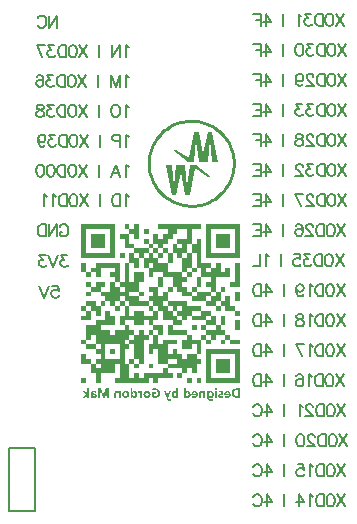
<source format=gbo>
G04*
G04 #@! TF.GenerationSoftware,Altium Limited,Altium Designer,20.0.11 (256)*
G04*
G04 Layer_Color=32896*
%FSLAX25Y25*%
%MOIN*%
G70*
G01*
G75*
%ADD10C,0.00600*%
%ADD12C,0.00800*%
%ADD84C,0.01000*%
G36*
X72000Y118700D02*
X70000D01*
X69250Y126200D01*
X68500Y118700D01*
X65500D01*
X64750Y126200D01*
X64000Y118700D01*
X62000D01*
X57000Y122700D01*
X58000D01*
X62235Y119877D01*
X64000Y128700D01*
X65500D01*
X67000Y121200D01*
X68500Y128700D01*
X70000D01*
X72000Y118700D01*
D02*
G37*
G36*
X69500Y113700D02*
X68500D01*
X64265Y116524D01*
X62500Y107700D01*
X61000D01*
X59500Y115200D01*
X58000Y107700D01*
X56500D01*
X54500Y117700D01*
X56500D01*
X57250Y110200D01*
X58000Y117700D01*
X61000D01*
X61750Y110200D01*
X62500Y117700D01*
X64500D01*
X69500Y113700D01*
D02*
G37*
G36*
X45600Y97000D02*
Y96200D01*
Y95400D01*
Y94600D01*
Y93800D01*
Y93000D01*
X44000D01*
Y93800D01*
Y94600D01*
X42400D01*
Y95400D01*
Y96200D01*
X40800D01*
Y97000D01*
Y97800D01*
X42400D01*
Y97000D01*
Y96200D01*
X44000D01*
Y97000D01*
Y97800D01*
X45600D01*
Y97000D01*
D02*
G37*
G36*
X48800Y95400D02*
Y94600D01*
X47200D01*
Y95400D01*
Y96200D01*
X48800D01*
Y95400D01*
D02*
G37*
G36*
X79200Y97000D02*
Y96200D01*
Y95400D01*
Y94600D01*
Y93800D01*
Y93000D01*
Y92200D01*
Y91400D01*
Y90600D01*
Y89800D01*
Y89000D01*
Y88200D01*
Y87400D01*
Y86600D01*
X68000D01*
Y87400D01*
Y88200D01*
Y89000D01*
Y89800D01*
Y90600D01*
Y91400D01*
Y92200D01*
Y93000D01*
Y93800D01*
Y94600D01*
Y95400D01*
Y96200D01*
Y97000D01*
Y97800D01*
X79200D01*
Y97000D01*
D02*
G37*
G36*
X48800Y92200D02*
Y91400D01*
X50400D01*
Y90600D01*
Y89800D01*
X52000D01*
Y89000D01*
Y88200D01*
X53600D01*
Y87400D01*
Y86600D01*
X52000D01*
Y87400D01*
Y88200D01*
X50400D01*
Y89000D01*
Y89800D01*
X48800D01*
Y90600D01*
Y91400D01*
X47200D01*
Y92200D01*
Y93000D01*
X48800D01*
Y92200D01*
D02*
G37*
G36*
X40800Y87400D02*
Y86600D01*
X39200D01*
Y87400D01*
Y88200D01*
X40800D01*
Y87400D01*
D02*
G37*
G36*
X37600Y97000D02*
Y96200D01*
Y95400D01*
Y94600D01*
Y93800D01*
Y93000D01*
Y92200D01*
Y91400D01*
Y90600D01*
Y89800D01*
Y89000D01*
Y88200D01*
Y87400D01*
Y86600D01*
X26400D01*
Y87400D01*
Y88200D01*
Y89000D01*
Y89800D01*
Y90600D01*
Y91400D01*
Y92200D01*
Y93000D01*
Y93800D01*
Y94600D01*
Y95400D01*
Y96200D01*
Y97000D01*
Y97800D01*
X37600D01*
Y97000D01*
D02*
G37*
G36*
X44000Y87400D02*
Y86600D01*
X45600D01*
Y85800D01*
Y85000D01*
Y84200D01*
Y83400D01*
X44000D01*
Y84200D01*
Y85000D01*
X42400D01*
Y85800D01*
Y86600D01*
Y87400D01*
Y88200D01*
X44000D01*
Y87400D01*
D02*
G37*
G36*
X28000Y84200D02*
Y83400D01*
Y82600D01*
Y81800D01*
X29600D01*
Y81000D01*
Y80200D01*
X28000D01*
Y81000D01*
Y81800D01*
X26400D01*
Y82600D01*
Y83400D01*
Y84200D01*
Y85000D01*
X28000D01*
Y84200D01*
D02*
G37*
G36*
X42400D02*
Y83400D01*
Y82600D01*
Y81800D01*
Y81000D01*
Y80200D01*
Y79400D01*
Y78600D01*
X44000D01*
Y79400D01*
Y80200D01*
Y81000D01*
Y81800D01*
X47200D01*
Y81000D01*
Y80200D01*
Y79400D01*
Y78600D01*
X45600D01*
Y77800D01*
Y77000D01*
Y76200D01*
Y75400D01*
X47200D01*
Y74600D01*
Y73800D01*
X45600D01*
Y74600D01*
Y75400D01*
X42400D01*
Y74600D01*
Y73800D01*
X45600D01*
Y73000D01*
Y72200D01*
X48800D01*
Y71400D01*
Y70600D01*
X50400D01*
Y69800D01*
Y69000D01*
X52000D01*
Y68200D01*
Y67400D01*
Y66600D01*
Y65800D01*
X50400D01*
Y65000D01*
Y64200D01*
X53600D01*
Y63400D01*
Y62600D01*
Y61800D01*
Y61000D01*
X52000D01*
Y61800D01*
Y62600D01*
X50400D01*
Y63400D01*
Y64200D01*
X48800D01*
Y65000D01*
Y65800D01*
X47200D01*
Y65000D01*
Y64200D01*
X44000D01*
Y65000D01*
Y65800D01*
X40800D01*
Y65000D01*
Y64200D01*
X42400D01*
Y63400D01*
Y62600D01*
X44000D01*
Y61800D01*
Y61000D01*
X45600D01*
Y61800D01*
Y62600D01*
X47200D01*
Y61800D01*
Y61000D01*
X48800D01*
Y60200D01*
Y59400D01*
X47200D01*
Y58600D01*
Y57800D01*
Y57000D01*
Y56200D01*
Y55400D01*
Y54600D01*
Y53800D01*
Y53000D01*
Y52200D01*
Y51400D01*
X45600D01*
Y52200D01*
Y53000D01*
X44000D01*
Y53800D01*
Y54600D01*
Y55400D01*
Y56200D01*
Y57000D01*
Y57800D01*
X42400D01*
Y58600D01*
Y59400D01*
X40800D01*
Y58600D01*
Y57800D01*
X42400D01*
Y57000D01*
Y56200D01*
X40800D01*
Y55400D01*
Y54600D01*
Y53800D01*
Y53000D01*
Y52200D01*
Y51400D01*
X42400D01*
Y50600D01*
Y49800D01*
Y49000D01*
Y48200D01*
Y47400D01*
Y46600D01*
X44000D01*
Y47400D01*
Y48200D01*
X45600D01*
Y47400D01*
Y46600D01*
X47200D01*
Y47400D01*
Y48200D01*
X53600D01*
Y49000D01*
Y49800D01*
X55200D01*
Y49000D01*
Y48200D01*
X56800D01*
Y47400D01*
Y46600D01*
X52000D01*
Y45800D01*
Y45000D01*
X50400D01*
Y45800D01*
Y46600D01*
X48800D01*
Y45800D01*
Y45000D01*
X37600D01*
Y45800D01*
Y46600D01*
X39200D01*
Y47400D01*
Y48200D01*
Y49000D01*
Y49800D01*
Y50600D01*
Y51400D01*
X37600D01*
Y50600D01*
Y49800D01*
Y49000D01*
Y48200D01*
X32800D01*
Y47400D01*
Y46600D01*
Y45800D01*
Y45000D01*
X31200D01*
Y45800D01*
Y46600D01*
Y47400D01*
Y48200D01*
X29600D01*
Y49000D01*
Y49800D01*
Y50600D01*
Y51400D01*
X26400D01*
Y52200D01*
Y53000D01*
Y53800D01*
Y54600D01*
X28000D01*
Y53800D01*
Y53000D01*
X29600D01*
Y52200D01*
Y51400D01*
X31200D01*
Y50600D01*
Y49800D01*
X32800D01*
Y50600D01*
Y51400D01*
X31200D01*
Y52200D01*
Y53000D01*
X32800D01*
Y53800D01*
Y54600D01*
X31200D01*
Y55400D01*
Y56200D01*
X28000D01*
Y57000D01*
Y57800D01*
X26400D01*
Y58600D01*
Y59400D01*
X28000D01*
Y58600D01*
Y57800D01*
X31200D01*
Y57000D01*
Y56200D01*
X32800D01*
Y57000D01*
Y57800D01*
X31200D01*
Y58600D01*
Y59400D01*
Y60200D01*
Y61000D01*
X29600D01*
Y60200D01*
Y59400D01*
X28000D01*
Y60200D01*
Y61000D01*
Y61800D01*
Y62600D01*
Y63400D01*
Y64200D01*
X31200D01*
Y65000D01*
Y65800D01*
X34400D01*
Y66600D01*
Y67400D01*
Y68200D01*
Y69000D01*
X36000D01*
Y68200D01*
Y67400D01*
X37600D01*
Y66600D01*
Y65800D01*
Y65000D01*
Y64200D01*
X32800D01*
Y63400D01*
Y62600D01*
X36000D01*
Y61800D01*
Y61000D01*
X37600D01*
Y61800D01*
Y62600D01*
X40800D01*
Y63400D01*
Y64200D01*
X39200D01*
Y65000D01*
Y65800D01*
Y66600D01*
Y67400D01*
X40800D01*
Y68200D01*
Y69000D01*
Y69800D01*
Y70600D01*
X39200D01*
Y71400D01*
Y72200D01*
X37600D01*
Y71400D01*
Y70600D01*
X39200D01*
Y69800D01*
Y69000D01*
X37600D01*
Y69800D01*
Y70600D01*
X36000D01*
Y71400D01*
Y72200D01*
X34400D01*
Y73000D01*
Y73800D01*
X32800D01*
Y74600D01*
Y75400D01*
X29600D01*
Y76200D01*
Y77000D01*
X28000D01*
Y77800D01*
Y78600D01*
X29600D01*
Y77800D01*
Y77000D01*
X31200D01*
Y77800D01*
Y78600D01*
X34400D01*
Y77800D01*
Y77000D01*
X32800D01*
Y76200D01*
Y75400D01*
X36000D01*
Y76200D01*
Y77000D01*
Y77800D01*
Y78600D01*
X37600D01*
Y77800D01*
Y77000D01*
X39200D01*
Y76200D01*
Y75400D01*
X40800D01*
Y76200D01*
Y77000D01*
X39200D01*
Y77800D01*
Y78600D01*
X37600D01*
Y79400D01*
Y80200D01*
X36000D01*
Y81000D01*
Y81800D01*
X37600D01*
Y82600D01*
Y83400D01*
X32800D01*
Y82600D01*
Y81800D01*
Y81000D01*
Y80200D01*
X31200D01*
Y81000D01*
Y81800D01*
X29600D01*
Y82600D01*
Y83400D01*
X31200D01*
Y84200D01*
Y85000D01*
X39200D01*
Y84200D01*
Y83400D01*
Y82600D01*
Y81800D01*
Y81000D01*
Y80200D01*
Y79400D01*
Y78600D01*
X40800D01*
Y79400D01*
Y80200D01*
Y81000D01*
Y81800D01*
Y82600D01*
Y83400D01*
Y84200D01*
Y85000D01*
X42400D01*
Y84200D01*
D02*
G37*
G36*
X79200D02*
Y83400D01*
Y82600D01*
Y81800D01*
Y81000D01*
Y80200D01*
Y79400D01*
Y78600D01*
Y77800D01*
Y77000D01*
X76000D01*
Y77800D01*
Y78600D01*
X77600D01*
Y79400D01*
Y80200D01*
Y81000D01*
Y81800D01*
Y82600D01*
Y83400D01*
Y84200D01*
Y85000D01*
X79200D01*
Y84200D01*
D02*
G37*
G36*
X66400Y79400D02*
Y78600D01*
Y77800D01*
Y77000D01*
X64800D01*
Y77800D01*
Y78600D01*
Y79400D01*
Y80200D01*
X66400D01*
Y79400D01*
D02*
G37*
G36*
X53600D02*
Y78600D01*
Y77800D01*
Y77000D01*
X52000D01*
Y77800D01*
Y78600D01*
Y79400D01*
Y80200D01*
X53600D01*
Y79400D01*
D02*
G37*
G36*
X74400Y76200D02*
Y75400D01*
X72800D01*
Y76200D01*
Y77000D01*
X74400D01*
Y76200D01*
D02*
G37*
G36*
X56800D02*
Y75400D01*
X55200D01*
Y76200D01*
Y77000D01*
X56800D01*
Y76200D01*
D02*
G37*
G36*
X66400Y97000D02*
Y96200D01*
X63200D01*
Y95400D01*
Y94600D01*
Y93800D01*
Y93000D01*
Y92200D01*
Y91400D01*
X64800D01*
Y92200D01*
Y93000D01*
X66400D01*
Y92200D01*
Y91400D01*
Y90600D01*
Y89800D01*
Y89000D01*
Y88200D01*
Y87400D01*
Y86600D01*
Y85800D01*
Y85000D01*
X69600D01*
Y84200D01*
Y83400D01*
X71200D01*
Y84200D01*
Y85000D01*
X72800D01*
Y84200D01*
Y83400D01*
Y82600D01*
Y81800D01*
X74400D01*
Y82600D01*
Y83400D01*
X76000D01*
Y82600D01*
Y81800D01*
Y81000D01*
Y80200D01*
X71200D01*
Y79400D01*
Y78600D01*
Y77800D01*
Y77000D01*
Y76200D01*
Y75400D01*
X72800D01*
Y74600D01*
Y73800D01*
Y73000D01*
Y72200D01*
X74400D01*
Y73000D01*
Y73800D01*
X76000D01*
Y73000D01*
Y72200D01*
Y71400D01*
Y70600D01*
X77600D01*
Y69800D01*
Y69000D01*
X79200D01*
Y68200D01*
Y67400D01*
X77600D01*
Y68200D01*
Y69000D01*
X74400D01*
Y69800D01*
Y70600D01*
X72800D01*
Y71400D01*
Y72200D01*
X71200D01*
Y71400D01*
Y70600D01*
X72800D01*
Y69800D01*
Y69000D01*
X71200D01*
Y69800D01*
Y70600D01*
X68000D01*
Y71400D01*
Y72200D01*
X63200D01*
Y73000D01*
Y73800D01*
X60000D01*
Y74600D01*
Y75400D01*
X58400D01*
Y76200D01*
Y77000D01*
X56800D01*
Y77800D01*
Y78600D01*
Y79400D01*
Y80200D01*
X53600D01*
Y81000D01*
Y81800D01*
X50400D01*
Y81000D01*
Y80200D01*
X48800D01*
Y81000D01*
Y81800D01*
Y82600D01*
Y83400D01*
X47200D01*
Y84200D01*
Y85000D01*
Y85800D01*
Y86600D01*
X45600D01*
Y87400D01*
Y88200D01*
X44000D01*
Y89000D01*
Y89800D01*
X40800D01*
Y90600D01*
Y91400D01*
Y92200D01*
Y93000D01*
X39200D01*
Y93800D01*
Y94600D01*
X42400D01*
Y93800D01*
Y93000D01*
Y92200D01*
Y91400D01*
X44000D01*
Y90600D01*
Y89800D01*
X48800D01*
Y89000D01*
Y88200D01*
X50400D01*
Y87400D01*
Y86600D01*
X52000D01*
Y85800D01*
Y85000D01*
X55200D01*
Y84200D01*
Y83400D01*
Y82600D01*
Y81800D01*
X60000D01*
Y81000D01*
Y80200D01*
X61600D01*
Y79400D01*
Y78600D01*
X60000D01*
Y77800D01*
Y77000D01*
X61600D01*
Y76200D01*
Y75400D01*
X63200D01*
Y74600D01*
Y73800D01*
X64800D01*
Y74600D01*
Y75400D01*
X63200D01*
Y76200D01*
Y77000D01*
X64800D01*
Y76200D01*
Y75400D01*
X69600D01*
Y74600D01*
Y73800D01*
X71200D01*
Y74600D01*
Y75400D01*
X69600D01*
Y76200D01*
Y77000D01*
X68000D01*
Y77800D01*
Y78600D01*
X69600D01*
Y79400D01*
Y80200D01*
X66400D01*
Y81000D01*
Y81800D01*
Y82600D01*
Y83400D01*
X64800D01*
Y84200D01*
Y85000D01*
Y85800D01*
Y86600D01*
Y87400D01*
Y88200D01*
X63200D01*
Y89000D01*
Y89800D01*
Y90600D01*
Y91400D01*
X61600D01*
Y90600D01*
Y89800D01*
Y89000D01*
Y88200D01*
X63200D01*
Y87400D01*
Y86600D01*
Y85800D01*
Y85000D01*
Y84200D01*
Y83400D01*
X64800D01*
Y82600D01*
Y81800D01*
X63200D01*
Y82600D01*
Y83400D01*
X61600D01*
Y82600D01*
Y81800D01*
X63200D01*
Y81000D01*
Y80200D01*
X61600D01*
Y81000D01*
Y81800D01*
X60000D01*
Y82600D01*
Y83400D01*
Y84200D01*
Y85000D01*
Y85800D01*
Y86600D01*
X58400D01*
Y87400D01*
Y88200D01*
X56800D01*
Y89000D01*
Y89800D01*
Y90600D01*
Y91400D01*
X58400D01*
Y90600D01*
Y89800D01*
X60000D01*
Y90600D01*
Y91400D01*
X58400D01*
Y92200D01*
Y93000D01*
X61600D01*
Y93800D01*
Y94600D01*
Y95400D01*
Y96200D01*
X58400D01*
Y95400D01*
Y94600D01*
X56800D01*
Y93800D01*
Y93000D01*
X55200D01*
Y92200D01*
Y91400D01*
X53600D01*
Y90600D01*
Y89800D01*
X55200D01*
Y89000D01*
Y88200D01*
X56800D01*
Y87400D01*
Y86600D01*
Y85800D01*
Y85000D01*
X55200D01*
Y85800D01*
Y86600D01*
Y87400D01*
Y88200D01*
X53600D01*
Y89000D01*
Y89800D01*
X52000D01*
Y90600D01*
Y91400D01*
X50400D01*
Y92200D01*
Y93000D01*
Y93800D01*
Y94600D01*
X52000D01*
Y93800D01*
Y93000D01*
X53600D01*
Y93800D01*
Y94600D01*
X55200D01*
Y95400D01*
Y96200D01*
X52000D01*
Y97000D01*
Y97800D01*
X66400D01*
Y97000D01*
D02*
G37*
G36*
X29600Y74600D02*
Y73800D01*
X28000D01*
Y74600D01*
Y75400D01*
X29600D01*
Y74600D01*
D02*
G37*
G36*
X79200D02*
Y73800D01*
Y73000D01*
Y72200D01*
X77600D01*
Y73000D01*
Y73800D01*
Y74600D01*
Y75400D01*
X79200D01*
Y74600D01*
D02*
G37*
G36*
X34400Y71400D02*
Y70600D01*
X32800D01*
Y71400D01*
Y72200D01*
X34400D01*
Y71400D01*
D02*
G37*
G36*
X31200D02*
Y70600D01*
X32800D01*
Y69800D01*
Y69000D01*
Y68200D01*
Y67400D01*
X31200D01*
Y68200D01*
Y69000D01*
X29600D01*
Y69800D01*
Y70600D01*
X28000D01*
Y71400D01*
Y72200D01*
X31200D01*
Y71400D01*
D02*
G37*
G36*
X28000Y69800D02*
Y69000D01*
X29600D01*
Y68200D01*
Y67400D01*
Y66600D01*
Y65800D01*
X26400D01*
Y66600D01*
Y67400D01*
X28000D01*
Y68200D01*
Y69000D01*
X26400D01*
Y69800D01*
Y70600D01*
X28000D01*
Y69800D01*
D02*
G37*
G36*
X74400Y66600D02*
Y65800D01*
Y65000D01*
Y64200D01*
X72800D01*
Y65000D01*
Y65800D01*
Y66600D01*
Y67400D01*
X74400D01*
Y66600D01*
D02*
G37*
G36*
X79200Y65000D02*
Y64200D01*
Y63400D01*
Y62600D01*
X77600D01*
Y63400D01*
Y64200D01*
Y65000D01*
Y65800D01*
X79200D01*
Y65000D01*
D02*
G37*
G36*
X52000Y76200D02*
Y75400D01*
Y74600D01*
Y73800D01*
X53600D01*
Y74600D01*
Y75400D01*
X55200D01*
Y74600D01*
Y73800D01*
Y73000D01*
Y72200D01*
X61600D01*
Y71400D01*
Y70600D01*
X66400D01*
Y69800D01*
Y69000D01*
X69600D01*
Y68200D01*
Y67400D01*
X71200D01*
Y66600D01*
Y65800D01*
Y65000D01*
Y64200D01*
X72800D01*
Y63400D01*
Y62600D01*
X74400D01*
Y61800D01*
Y61000D01*
X76000D01*
Y60200D01*
Y59400D01*
X79200D01*
Y58600D01*
Y57800D01*
X76000D01*
Y58600D01*
Y59400D01*
X74400D01*
Y60200D01*
Y61000D01*
X71200D01*
Y60200D01*
Y59400D01*
X69600D01*
Y60200D01*
Y61000D01*
X68000D01*
Y61800D01*
Y62600D01*
X66400D01*
Y63400D01*
Y64200D01*
X68000D01*
Y63400D01*
Y62600D01*
X71200D01*
Y63400D01*
Y64200D01*
X68000D01*
Y65000D01*
Y65800D01*
X63200D01*
Y66600D01*
Y67400D01*
X61600D01*
Y66600D01*
Y65800D01*
X60000D01*
Y66600D01*
Y67400D01*
X58400D01*
Y68200D01*
Y69000D01*
X56800D01*
Y69800D01*
Y70600D01*
X55200D01*
Y71400D01*
Y72200D01*
X53600D01*
Y71400D01*
Y70600D01*
X55200D01*
Y69800D01*
Y69000D01*
X56800D01*
Y68200D01*
Y67400D01*
X58400D01*
Y66600D01*
Y65800D01*
X60000D01*
Y65000D01*
Y64200D01*
X56800D01*
Y65000D01*
Y65800D01*
X53600D01*
Y66600D01*
Y67400D01*
Y68200D01*
Y69000D01*
X52000D01*
Y69800D01*
Y70600D01*
X50400D01*
Y71400D01*
Y72200D01*
X48800D01*
Y73000D01*
Y73800D01*
X50400D01*
Y74600D01*
Y75400D01*
X48800D01*
Y76200D01*
Y77000D01*
X52000D01*
Y76200D01*
D02*
G37*
G36*
X64800Y63400D02*
Y62600D01*
X63200D01*
Y63400D01*
Y64200D01*
X64800D01*
Y63400D01*
D02*
G37*
G36*
X74400Y58600D02*
Y57800D01*
X72800D01*
Y58600D01*
Y59400D01*
X74400D01*
Y58600D01*
D02*
G37*
G36*
X68000Y60200D02*
Y59400D01*
X69600D01*
Y58600D01*
Y57800D01*
X68000D01*
Y58600D01*
Y59400D01*
X66400D01*
Y60200D01*
Y61000D01*
X68000D01*
Y60200D01*
D02*
G37*
G36*
X56800Y63400D02*
Y62600D01*
X61600D01*
Y61800D01*
Y61000D01*
X63200D01*
Y60200D01*
Y59400D01*
X66400D01*
Y58600D01*
Y57800D01*
Y57000D01*
Y56200D01*
Y55400D01*
Y54600D01*
X64800D01*
Y55400D01*
Y56200D01*
Y57000D01*
Y57800D01*
X63200D01*
Y57000D01*
Y56200D01*
X60000D01*
Y57000D01*
Y57800D01*
Y58600D01*
Y59400D01*
X61600D01*
Y60200D01*
Y61000D01*
X55200D01*
Y61800D01*
Y62600D01*
Y63400D01*
Y64200D01*
X56800D01*
Y63400D01*
D02*
G37*
G36*
X50400Y50600D02*
Y49800D01*
X48800D01*
Y50600D01*
Y51400D01*
X50400D01*
Y50600D01*
D02*
G37*
G36*
X44000Y52200D02*
Y51400D01*
X45600D01*
Y50600D01*
Y49800D01*
X44000D01*
Y50600D01*
Y51400D01*
X42400D01*
Y52200D01*
Y53000D01*
X44000D01*
Y52200D01*
D02*
G37*
G36*
X50400Y61800D02*
Y61000D01*
X52000D01*
Y60200D01*
Y59400D01*
Y58600D01*
Y57800D01*
X53600D01*
Y58600D01*
Y59400D01*
X58400D01*
Y58600D01*
Y57800D01*
X55200D01*
Y57000D01*
Y56200D01*
Y55400D01*
Y54600D01*
X56800D01*
Y55400D01*
Y56200D01*
X58400D01*
Y55400D01*
Y54600D01*
X60000D01*
Y53800D01*
Y53000D01*
X61600D01*
Y53800D01*
Y54600D01*
X64800D01*
Y53800D01*
Y53000D01*
X66400D01*
Y52200D01*
Y51400D01*
X64800D01*
Y50600D01*
Y49800D01*
Y49000D01*
Y48200D01*
X63200D01*
Y49000D01*
Y49800D01*
X61600D01*
Y49000D01*
Y48200D01*
X60000D01*
Y49000D01*
Y49800D01*
X55200D01*
Y50600D01*
Y51400D01*
X52000D01*
Y52200D01*
Y53000D01*
Y53800D01*
Y54600D01*
Y55400D01*
Y56200D01*
X50400D01*
Y55400D01*
Y54600D01*
X48800D01*
Y55400D01*
Y56200D01*
Y57000D01*
Y57800D01*
X50400D01*
Y58600D01*
Y59400D01*
Y60200D01*
Y61000D01*
X48800D01*
Y61800D01*
Y62600D01*
X50400D01*
Y61800D01*
D02*
G37*
G36*
X60000Y47400D02*
Y46600D01*
X58400D01*
Y47400D01*
Y48200D01*
X60000D01*
Y47400D01*
D02*
G37*
G36*
X79200Y55400D02*
Y54600D01*
Y53800D01*
Y53000D01*
Y52200D01*
Y51400D01*
Y50600D01*
Y49800D01*
Y49000D01*
Y48200D01*
Y47400D01*
Y46600D01*
Y45800D01*
Y45000D01*
X68000D01*
Y45800D01*
Y46600D01*
Y47400D01*
Y48200D01*
Y49000D01*
Y49800D01*
Y50600D01*
Y51400D01*
Y52200D01*
Y53000D01*
Y53800D01*
Y54600D01*
Y55400D01*
Y56200D01*
X79200D01*
Y55400D01*
D02*
G37*
G36*
X66400Y45800D02*
Y45000D01*
X64800D01*
Y45800D01*
Y46600D01*
X66400D01*
Y45800D01*
D02*
G37*
G36*
X63200D02*
Y45000D01*
X61600D01*
Y45800D01*
Y46600D01*
X63200D01*
Y45800D01*
D02*
G37*
G36*
X28000D02*
Y45000D01*
X26400D01*
Y45800D01*
Y46600D01*
X28000D01*
Y45800D01*
D02*
G37*
G36*
X71369Y43281D02*
X71422Y43271D01*
X71470Y43257D01*
X71509Y43238D01*
X71538Y43218D01*
X71562Y43204D01*
X71576Y43194D01*
X71581Y43189D01*
X71615Y43151D01*
X71644Y43112D01*
X71663Y43074D01*
X71672Y43036D01*
X71682Y43007D01*
X71687Y42978D01*
Y42959D01*
Y42954D01*
X71682Y42901D01*
X71672Y42853D01*
X71653Y42814D01*
X71634Y42776D01*
X71615Y42747D01*
X71595Y42728D01*
X71586Y42713D01*
X71581Y42709D01*
X71538Y42675D01*
X71494Y42651D01*
X71451Y42636D01*
X71408Y42627D01*
X71369Y42617D01*
X71341Y42612D01*
X71312D01*
X71254Y42617D01*
X71201Y42627D01*
X71153Y42641D01*
X71114Y42660D01*
X71086Y42680D01*
X71061Y42694D01*
X71047Y42704D01*
X71042Y42709D01*
X71009Y42747D01*
X70980Y42786D01*
X70960Y42829D01*
X70951Y42867D01*
X70941Y42901D01*
X70936Y42930D01*
Y42949D01*
Y42954D01*
X70941Y43007D01*
X70951Y43050D01*
X70970Y43093D01*
X70989Y43127D01*
X71009Y43151D01*
X71028Y43175D01*
X71037Y43185D01*
X71042Y43189D01*
X71081Y43223D01*
X71129Y43247D01*
X71172Y43262D01*
X71215Y43276D01*
X71254Y43281D01*
X71283Y43286D01*
X71312D01*
X71369Y43281D01*
D02*
G37*
G36*
X69628Y42290D02*
X69705Y42280D01*
X69777Y42266D01*
X69849Y42242D01*
X69912Y42218D01*
X69974Y42189D01*
X70027Y42160D01*
X70075Y42131D01*
X70123Y42098D01*
X70162Y42069D01*
X70196Y42040D01*
X70220Y42016D01*
X70244Y41992D01*
X70258Y41977D01*
X70268Y41968D01*
X70273Y41963D01*
X70321Y41900D01*
X70364Y41828D01*
X70398Y41756D01*
X70431Y41684D01*
X70455Y41612D01*
X70480Y41535D01*
X70513Y41395D01*
X70523Y41328D01*
X70532Y41265D01*
X70537Y41213D01*
X70542Y41164D01*
X70547Y41126D01*
Y41097D01*
Y41078D01*
Y41073D01*
X70542Y40982D01*
X70537Y40895D01*
X70523Y40813D01*
X70508Y40736D01*
X70489Y40664D01*
X70470Y40602D01*
X70446Y40539D01*
X70422Y40486D01*
X70398Y40438D01*
X70374Y40395D01*
X70354Y40361D01*
X70335Y40328D01*
X70321Y40304D01*
X70306Y40289D01*
X70302Y40279D01*
X70297Y40275D01*
X70249Y40222D01*
X70196Y40178D01*
X70143Y40140D01*
X70085Y40106D01*
X70032Y40077D01*
X69974Y40053D01*
X69869Y40020D01*
X69772Y39996D01*
X69734Y39991D01*
X69695Y39986D01*
X69667Y39981D01*
X69628D01*
X69546Y39986D01*
X69465Y39996D01*
X69392Y40015D01*
X69325Y40039D01*
X69262Y40068D01*
X69205Y40102D01*
X69157Y40135D01*
X69109Y40169D01*
X69070Y40203D01*
X69032Y40236D01*
X69003Y40270D01*
X68979Y40299D01*
X68959Y40323D01*
X68945Y40342D01*
X68940Y40352D01*
X68936Y40356D01*
X68921D01*
Y40174D01*
X68931Y40058D01*
X68950Y39957D01*
X68984Y39871D01*
X69017Y39799D01*
X69056Y39741D01*
X69089Y39697D01*
X69109Y39673D01*
X69118Y39664D01*
X69195Y39601D01*
X69282Y39558D01*
X69373Y39524D01*
X69460Y39505D01*
X69537Y39491D01*
X69570Y39486D01*
X69599D01*
X69623Y39481D01*
X69657D01*
X69787Y39491D01*
X69912Y39510D01*
X70032Y39544D01*
X70133Y39582D01*
X70181Y39596D01*
X70224Y39616D01*
X70258Y39635D01*
X70292Y39649D01*
X70316Y39659D01*
X70335Y39669D01*
X70345Y39678D01*
X70350D01*
Y39130D01*
X70244Y39087D01*
X70128Y39053D01*
X70008Y39034D01*
X69893Y39014D01*
X69840Y39010D01*
X69792Y39005D01*
X69748D01*
X69710Y39000D01*
X69638D01*
X69517Y39005D01*
X69407Y39014D01*
X69301Y39029D01*
X69205Y39053D01*
X69113Y39077D01*
X69032Y39106D01*
X68955Y39135D01*
X68887Y39168D01*
X68830Y39197D01*
X68777Y39226D01*
X68733Y39255D01*
X68695Y39279D01*
X68671Y39303D01*
X68647Y39318D01*
X68637Y39327D01*
X68632Y39332D01*
X68570Y39399D01*
X68517Y39467D01*
X68469Y39544D01*
X68430Y39621D01*
X68397Y39697D01*
X68368Y39774D01*
X68344Y39851D01*
X68325Y39928D01*
X68310Y40001D01*
X68300Y40063D01*
X68291Y40121D01*
X68286Y40174D01*
X68281Y40217D01*
Y40246D01*
Y40270D01*
Y40275D01*
Y42242D01*
X68921D01*
Y41977D01*
X68936D01*
X68974Y42035D01*
X69017Y42083D01*
X69065Y42127D01*
X69118Y42160D01*
X69166Y42194D01*
X69219Y42218D01*
X69315Y42256D01*
X69407Y42280D01*
X69445Y42285D01*
X69479Y42290D01*
X69508Y42295D01*
X69546D01*
X69628Y42290D01*
D02*
G37*
G36*
X58729Y40034D02*
X58084D01*
Y40299D01*
X58079D01*
X58036Y40241D01*
X57993Y40193D01*
X57945Y40150D01*
X57892Y40116D01*
X57844Y40082D01*
X57791Y40058D01*
X57690Y40020D01*
X57598Y40001D01*
X57560Y39991D01*
X57526Y39986D01*
X57497Y39981D01*
X57459D01*
X57377Y39986D01*
X57300Y39996D01*
X57223Y40010D01*
X57156Y40034D01*
X57093Y40058D01*
X57031Y40087D01*
X56978Y40116D01*
X56930Y40150D01*
X56886Y40178D01*
X56848Y40207D01*
X56814Y40236D01*
X56785Y40260D01*
X56766Y40284D01*
X56752Y40299D01*
X56742Y40308D01*
X56737Y40313D01*
X56689Y40380D01*
X56646Y40448D01*
X56612Y40520D01*
X56579Y40592D01*
X56550Y40669D01*
X56530Y40741D01*
X56497Y40881D01*
X56487Y40948D01*
X56478Y41006D01*
X56473Y41059D01*
X56468Y41107D01*
X56463Y41145D01*
Y41174D01*
Y41193D01*
Y41198D01*
X56468Y41294D01*
X56473Y41381D01*
X56487Y41463D01*
X56502Y41540D01*
X56521Y41612D01*
X56540Y41679D01*
X56559Y41737D01*
X56583Y41795D01*
X56607Y41843D01*
X56627Y41881D01*
X56646Y41920D01*
X56665Y41949D01*
X56680Y41973D01*
X56694Y41987D01*
X56699Y41997D01*
X56704Y42001D01*
X56752Y42054D01*
X56800Y42098D01*
X56853Y42136D01*
X56906Y42170D01*
X56959Y42199D01*
X57016Y42223D01*
X57117Y42256D01*
X57213Y42280D01*
X57252Y42285D01*
X57290Y42290D01*
X57319Y42295D01*
X57358D01*
X57444Y42290D01*
X57521Y42280D01*
X57598Y42256D01*
X57666Y42232D01*
X57733Y42204D01*
X57791Y42170D01*
X57844Y42136D01*
X57892Y42098D01*
X57935Y42059D01*
X57973Y42026D01*
X58007Y41992D01*
X58031Y41963D01*
X58050Y41939D01*
X58070Y41920D01*
X58074Y41905D01*
X58079Y41900D01*
X58084D01*
Y43300D01*
X58729D01*
Y40034D01*
D02*
G37*
G36*
X30677Y42285D02*
X30749Y42280D01*
X30816Y42271D01*
X30879Y42261D01*
X30922Y42252D01*
X30941Y42247D01*
X30956D01*
X30961Y42242D01*
X30965D01*
X31052Y42223D01*
X31134Y42199D01*
X31201Y42175D01*
X31259Y42155D01*
X31302Y42136D01*
X31336Y42122D01*
X31360Y42112D01*
X31365Y42107D01*
Y41607D01*
X31297Y41650D01*
X31235Y41689D01*
X31167Y41718D01*
X31100Y41747D01*
X30975Y41790D01*
X30860Y41819D01*
X30811Y41828D01*
X30763Y41833D01*
X30720Y41843D01*
X30686D01*
X30658Y41848D01*
X30619D01*
X30547Y41843D01*
X30489Y41833D01*
X30431Y41814D01*
X30388Y41790D01*
X30350Y41756D01*
X30316Y41727D01*
X30292Y41689D01*
X30268Y41655D01*
X30239Y41583D01*
X30225Y41525D01*
Y41496D01*
X30220Y41477D01*
Y41467D01*
Y41463D01*
X30826Y41381D01*
X30961Y41357D01*
X31076Y41318D01*
X31177Y41275D01*
X31264Y41222D01*
X31341Y41164D01*
X31398Y41102D01*
X31451Y41039D01*
X31490Y40972D01*
X31523Y40910D01*
X31547Y40852D01*
X31562Y40794D01*
X31571Y40746D01*
X31581Y40703D01*
X31586Y40674D01*
Y40655D01*
Y40645D01*
X31576Y40534D01*
X31557Y40438D01*
X31528Y40356D01*
X31490Y40289D01*
X31456Y40231D01*
X31427Y40193D01*
X31408Y40169D01*
X31398Y40159D01*
X31321Y40102D01*
X31240Y40058D01*
X31153Y40025D01*
X31071Y40005D01*
X31004Y39991D01*
X30946Y39986D01*
X30922Y39981D01*
X30893D01*
X30811Y39986D01*
X30739Y39996D01*
X30672Y40015D01*
X30605Y40039D01*
X30547Y40068D01*
X30494Y40097D01*
X30441Y40130D01*
X30398Y40169D01*
X30359Y40203D01*
X30326Y40236D01*
X30297Y40265D01*
X30277Y40294D01*
X30258Y40318D01*
X30244Y40337D01*
X30239Y40347D01*
X30234Y40352D01*
X30225D01*
Y40034D01*
X29609D01*
Y41366D01*
X29614Y41453D01*
X29618Y41530D01*
X29633Y41602D01*
X29647Y41674D01*
X29695Y41799D01*
X29753Y41905D01*
X29825Y41992D01*
X29902Y42069D01*
X29984Y42131D01*
X30071Y42179D01*
X30157Y42218D01*
X30244Y42247D01*
X30321Y42266D01*
X30393Y42280D01*
X30451Y42290D01*
X30499Y42295D01*
X30605D01*
X30677Y42285D01*
D02*
G37*
G36*
X29056Y40034D02*
X28411D01*
Y41126D01*
X28406D01*
X27670Y40034D01*
X26886D01*
X27767Y41198D01*
X26949Y42242D01*
X27719D01*
X28406Y41217D01*
X28411D01*
Y43300D01*
X29056D01*
Y40034D01*
D02*
G37*
G36*
X35559D02*
X34967D01*
Y41780D01*
Y41925D01*
X34972Y42069D01*
X34977Y42199D01*
Y42314D01*
X34982Y42367D01*
Y42415D01*
X34986Y42458D01*
Y42492D01*
X34991Y42521D01*
Y42540D01*
Y42555D01*
Y42559D01*
X34972D01*
X34958Y42497D01*
X34948Y42444D01*
X34938Y42396D01*
X34929Y42353D01*
X34919Y42314D01*
X34909Y42280D01*
X34900Y42223D01*
X34890Y42189D01*
X34881Y42160D01*
X34876Y42151D01*
Y42146D01*
X34101Y40034D01*
X33577D01*
X32817Y42165D01*
X32803Y42213D01*
X32783Y42271D01*
X32769Y42333D01*
X32755Y42401D01*
X32740Y42463D01*
X32731Y42511D01*
X32726Y42531D01*
X32721Y42545D01*
Y42555D01*
Y42559D01*
X32702D01*
X32711Y42420D01*
X32716Y42295D01*
X32726Y42184D01*
Y42088D01*
Y42050D01*
X32731Y42011D01*
Y41982D01*
Y41958D01*
Y41939D01*
Y41925D01*
Y41915D01*
Y41910D01*
Y40034D01*
X32076D01*
Y43122D01*
X33010D01*
X33678Y41261D01*
X33702Y41188D01*
X33726Y41112D01*
X33750Y41039D01*
X33770Y40967D01*
X33784Y40910D01*
X33798Y40861D01*
X33803Y40842D01*
Y40828D01*
X33808Y40823D01*
Y40818D01*
X33823D01*
X33837Y40895D01*
X33851Y40972D01*
X33871Y41049D01*
X33890Y41116D01*
X33904Y41174D01*
X33919Y41217D01*
X33928Y41246D01*
X33933Y41251D01*
Y41256D01*
X34602Y43122D01*
X35559D01*
Y40034D01*
D02*
G37*
G36*
X55414Y40034D02*
X55535Y39750D01*
X55559Y39707D01*
X55583Y39669D01*
X55612Y39630D01*
X55641Y39601D01*
X55698Y39558D01*
X55761Y39529D01*
X55819Y39510D01*
X55862Y39500D01*
X55881Y39495D01*
X55905D01*
X55963Y39500D01*
X56016Y39505D01*
X56064Y39520D01*
X56107Y39534D01*
X56146Y39544D01*
X56170Y39558D01*
X56189Y39563D01*
X56194Y39568D01*
Y39053D01*
X56136Y39034D01*
X56073Y39024D01*
X56011Y39014D01*
X55949Y39005D01*
X55891D01*
X55848Y39000D01*
X55804D01*
X55746Y39005D01*
X55689Y39010D01*
X55583Y39039D01*
X55482Y39077D01*
X55391Y39130D01*
X55304Y39192D01*
X55227Y39265D01*
X55155Y39342D01*
X55092Y39419D01*
X55039Y39495D01*
X54991Y39572D01*
X54948Y39645D01*
X54914Y39707D01*
X54890Y39760D01*
X54871Y39803D01*
X54861Y39827D01*
X54857Y39837D01*
X53943Y42242D01*
X54582D01*
X55025Y40852D01*
X55044Y40789D01*
X55059Y40736D01*
X55068Y40688D01*
X55078Y40650D01*
X55083Y40616D01*
X55088Y40592D01*
X55092Y40578D01*
Y40573D01*
X55102D01*
X55111Y40631D01*
X55121Y40683D01*
X55131Y40732D01*
X55136Y40775D01*
X55145Y40809D01*
X55155Y40833D01*
X55160Y40852D01*
Y40857D01*
X55593Y42242D01*
X56300D01*
X55414Y40034D01*
D02*
G37*
G36*
X51004Y43170D02*
X51139Y43156D01*
X51263Y43132D01*
X51384Y43103D01*
X51494Y43069D01*
X51595Y43031D01*
X51687Y42987D01*
X51773Y42949D01*
X51850Y42906D01*
X51918Y42862D01*
X51971Y42824D01*
X52019Y42790D01*
X52057Y42761D01*
X52081Y42737D01*
X52100Y42723D01*
X52105Y42718D01*
X52187Y42632D01*
X52259Y42535D01*
X52322Y42439D01*
X52375Y42338D01*
X52418Y42242D01*
X52456Y42141D01*
X52490Y42045D01*
X52514Y41953D01*
X52533Y41867D01*
X52548Y41785D01*
X52557Y41713D01*
X52562Y41650D01*
X52567Y41602D01*
X52572Y41564D01*
Y41540D01*
Y41530D01*
X52567Y41400D01*
X52553Y41275D01*
X52533Y41160D01*
X52504Y41049D01*
X52476Y40948D01*
X52437Y40852D01*
X52399Y40770D01*
X52360Y40693D01*
X52322Y40626D01*
X52283Y40563D01*
X52245Y40515D01*
X52216Y40472D01*
X52187Y40438D01*
X52168Y40414D01*
X52153Y40400D01*
X52149Y40395D01*
X52067Y40323D01*
X51975Y40260D01*
X51879Y40203D01*
X51783Y40154D01*
X51687Y40116D01*
X51591Y40082D01*
X51494Y40053D01*
X51403Y40034D01*
X51316Y40015D01*
X51235Y40005D01*
X51162Y39996D01*
X51100Y39986D01*
X51052D01*
X51013Y39981D01*
X50980D01*
X50859Y39986D01*
X50744Y39991D01*
X50633Y40005D01*
X50528Y40020D01*
X50431Y40044D01*
X50340Y40063D01*
X50253Y40087D01*
X50177Y40111D01*
X50109Y40135D01*
X50047Y40159D01*
X49994Y40183D01*
X49950Y40203D01*
X49917Y40217D01*
X49888Y40231D01*
X49873Y40236D01*
X49869Y40241D01*
Y41775D01*
X51153Y41775D01*
Y41246D01*
X50528Y41246D01*
Y40611D01*
X50590Y40587D01*
X50662Y40568D01*
X50730Y40554D01*
X50797Y40544D01*
X50855Y40539D01*
X50903Y40534D01*
X50946D01*
X51023Y40539D01*
X51100Y40544D01*
X51235Y40578D01*
X51297Y40597D01*
X51350Y40621D01*
X51403Y40645D01*
X51451Y40669D01*
X51490Y40693D01*
X51528Y40717D01*
X51557Y40741D01*
X51581Y40760D01*
X51605Y40780D01*
X51619Y40794D01*
X51624Y40799D01*
X51629Y40804D01*
X51672Y40857D01*
X51711Y40914D01*
X51745Y40977D01*
X51773Y41039D01*
X51817Y41164D01*
X51846Y41285D01*
X51860Y41342D01*
X51865Y41391D01*
X51870Y41439D01*
X51874Y41482D01*
X51879Y41511D01*
Y41540D01*
Y41554D01*
Y41559D01*
X51874Y41646D01*
X51870Y41732D01*
X51855Y41809D01*
X51836Y41881D01*
X51817Y41949D01*
X51793Y42016D01*
X51769Y42074D01*
X51740Y42127D01*
X51716Y42170D01*
X51692Y42213D01*
X51668Y42247D01*
X51648Y42276D01*
X51629Y42300D01*
X51615Y42314D01*
X51610Y42324D01*
X51605Y42329D01*
X51552Y42381D01*
X51494Y42425D01*
X51432Y42463D01*
X51374Y42497D01*
X51312Y42526D01*
X51254Y42550D01*
X51139Y42583D01*
X51086Y42598D01*
X51033Y42608D01*
X50989Y42612D01*
X50951Y42617D01*
X50922Y42622D01*
X50783D01*
X50691Y42612D01*
X50605Y42603D01*
X50523Y42588D01*
X50446Y42574D01*
X50374Y42555D01*
X50306Y42535D01*
X50244Y42516D01*
X50191Y42497D01*
X50138Y42478D01*
X50099Y42458D01*
X50061Y42444D01*
X50037Y42430D01*
X50013Y42420D01*
X50003Y42415D01*
X49999Y42410D01*
Y43036D01*
X50143Y43084D01*
X50292Y43117D01*
X50436Y43141D01*
X50571Y43156D01*
X50633Y43165D01*
X50686Y43170D01*
X50739D01*
X50783Y43175D01*
X50864D01*
X51004Y43170D01*
D02*
G37*
G36*
X75150Y42290D02*
X75232Y42280D01*
X75309Y42266D01*
X75386Y42242D01*
X75453Y42218D01*
X75520Y42189D01*
X75578Y42160D01*
X75631Y42131D01*
X75679Y42098D01*
X75722Y42069D01*
X75761Y42040D01*
X75790Y42016D01*
X75814Y41992D01*
X75833Y41977D01*
X75843Y41968D01*
X75847Y41963D01*
X75900Y41900D01*
X75948Y41833D01*
X75992Y41761D01*
X76030Y41689D01*
X76059Y41617D01*
X76083Y41544D01*
X76122Y41410D01*
X76136Y41347D01*
X76146Y41285D01*
X76151Y41237D01*
X76155Y41188D01*
X76160Y41155D01*
Y41126D01*
Y41107D01*
Y41102D01*
X76155Y41006D01*
X76146Y40914D01*
X76131Y40828D01*
X76112Y40751D01*
X76093Y40674D01*
X76069Y40606D01*
X76040Y40544D01*
X76011Y40491D01*
X75987Y40438D01*
X75958Y40395D01*
X75934Y40361D01*
X75910Y40328D01*
X75896Y40304D01*
X75881Y40289D01*
X75871Y40279D01*
X75867Y40275D01*
X75809Y40222D01*
X75746Y40178D01*
X75684Y40140D01*
X75617Y40106D01*
X75549Y40077D01*
X75477Y40053D01*
X75347Y40020D01*
X75285Y40005D01*
X75232Y39996D01*
X75179Y39991D01*
X75136Y39986D01*
X75097Y39981D01*
X75049D01*
X74876Y39991D01*
X74794Y39996D01*
X74717Y40010D01*
X74650Y40020D01*
X74582Y40034D01*
X74520Y40049D01*
X74467Y40068D01*
X74419Y40082D01*
X74376Y40097D01*
X74342Y40111D01*
X74308Y40126D01*
X74284Y40135D01*
X74270Y40145D01*
X74260Y40150D01*
X74255D01*
Y40621D01*
X74361Y40563D01*
X74472Y40520D01*
X74582Y40486D01*
X74683Y40467D01*
X74770Y40453D01*
X74809Y40448D01*
X74837D01*
X74866Y40443D01*
X74900D01*
X75006Y40448D01*
X75097Y40467D01*
X75174Y40491D01*
X75246Y40525D01*
X75304Y40563D01*
X75352Y40606D01*
X75395Y40650D01*
X75429Y40698D01*
X75458Y40746D01*
X75477Y40789D01*
X75496Y40833D01*
X75506Y40871D01*
X75516Y40905D01*
Y40929D01*
X75520Y40948D01*
Y40953D01*
X74068D01*
Y41227D01*
X74072Y41318D01*
X74077Y41405D01*
X74092Y41482D01*
X74111Y41559D01*
X74130Y41626D01*
X74150Y41694D01*
X74174Y41751D01*
X74198Y41804D01*
X74226Y41848D01*
X74251Y41891D01*
X74270Y41925D01*
X74289Y41953D01*
X74308Y41977D01*
X74323Y41992D01*
X74327Y42001D01*
X74332Y42006D01*
X74385Y42059D01*
X74438Y42102D01*
X74496Y42141D01*
X74558Y42175D01*
X74621Y42204D01*
X74679Y42223D01*
X74799Y42261D01*
X74852Y42271D01*
X74900Y42280D01*
X74948Y42285D01*
X74986Y42290D01*
X75020Y42295D01*
X75063D01*
X75150Y42290D01*
D02*
G37*
G36*
X64169D02*
X64250Y42280D01*
X64328Y42266D01*
X64404Y42242D01*
X64472Y42218D01*
X64539Y42189D01*
X64597Y42160D01*
X64650Y42131D01*
X64698Y42098D01*
X64741Y42069D01*
X64780Y42040D01*
X64808Y42016D01*
X64833Y41992D01*
X64852Y41977D01*
X64861Y41968D01*
X64866Y41963D01*
X64919Y41900D01*
X64967Y41833D01*
X65010Y41761D01*
X65049Y41689D01*
X65078Y41617D01*
X65102Y41544D01*
X65140Y41410D01*
X65155Y41347D01*
X65164Y41285D01*
X65169Y41237D01*
X65174Y41188D01*
X65179Y41155D01*
Y41126D01*
Y41107D01*
Y41102D01*
X65174Y41006D01*
X65164Y40914D01*
X65150Y40828D01*
X65131Y40751D01*
X65112Y40674D01*
X65087Y40606D01*
X65059Y40544D01*
X65030Y40491D01*
X65006Y40438D01*
X64977Y40395D01*
X64953Y40361D01*
X64929Y40328D01*
X64914Y40304D01*
X64900Y40289D01*
X64890Y40279D01*
X64885Y40275D01*
X64828Y40222D01*
X64765Y40178D01*
X64703Y40140D01*
X64635Y40106D01*
X64568Y40077D01*
X64496Y40053D01*
X64366Y40020D01*
X64303Y40005D01*
X64250Y39996D01*
X64198Y39991D01*
X64154Y39986D01*
X64116Y39981D01*
X64068D01*
X63895Y39991D01*
X63813Y39996D01*
X63736Y40010D01*
X63669Y40020D01*
X63601Y40034D01*
X63539Y40049D01*
X63486Y40068D01*
X63438Y40082D01*
X63394Y40097D01*
X63361Y40111D01*
X63327Y40126D01*
X63303Y40135D01*
X63288Y40145D01*
X63279Y40150D01*
X63274D01*
Y40621D01*
X63380Y40563D01*
X63490Y40520D01*
X63601Y40486D01*
X63702Y40467D01*
X63789Y40453D01*
X63827Y40448D01*
X63856D01*
X63885Y40443D01*
X63919D01*
X64025Y40448D01*
X64116Y40467D01*
X64193Y40491D01*
X64265Y40525D01*
X64323Y40563D01*
X64371Y40606D01*
X64414Y40650D01*
X64448Y40698D01*
X64477Y40746D01*
X64496Y40789D01*
X64515Y40833D01*
X64525Y40871D01*
X64534Y40905D01*
Y40929D01*
X64539Y40948D01*
Y40953D01*
X63086D01*
Y41227D01*
X63091Y41318D01*
X63096Y41405D01*
X63111Y41482D01*
X63130Y41559D01*
X63149Y41626D01*
X63168Y41694D01*
X63192Y41751D01*
X63216Y41804D01*
X63245Y41848D01*
X63269Y41891D01*
X63288Y41925D01*
X63308Y41953D01*
X63327Y41977D01*
X63341Y41992D01*
X63346Y42001D01*
X63351Y42006D01*
X63404Y42059D01*
X63457Y42102D01*
X63515Y42141D01*
X63577Y42175D01*
X63640Y42204D01*
X63697Y42223D01*
X63818Y42261D01*
X63871Y42271D01*
X63919Y42280D01*
X63967Y42285D01*
X64005Y42290D01*
X64039Y42295D01*
X64082D01*
X64169Y42290D01*
D02*
G37*
G36*
X79200Y40034D02*
X78137D01*
X78002Y40039D01*
X77877Y40053D01*
X77757Y40073D01*
X77642Y40102D01*
X77536Y40135D01*
X77439Y40174D01*
X77348Y40212D01*
X77266Y40251D01*
X77194Y40289D01*
X77132Y40332D01*
X77079Y40366D01*
X77031Y40400D01*
X76997Y40429D01*
X76968Y40448D01*
X76954Y40462D01*
X76949Y40467D01*
X76867Y40554D01*
X76795Y40640D01*
X76732Y40736D01*
X76680Y40828D01*
X76636Y40924D01*
X76598Y41020D01*
X76569Y41116D01*
X76545Y41203D01*
X76526Y41290D01*
X76511Y41366D01*
X76502Y41439D01*
X76492Y41496D01*
Y41549D01*
X76487Y41583D01*
Y41607D01*
Y41617D01*
X76492Y41751D01*
X76506Y41881D01*
X76526Y42001D01*
X76559Y42112D01*
X76593Y42218D01*
X76641Y42314D01*
X76689Y42406D01*
X76742Y42487D01*
X76805Y42564D01*
X76867Y42632D01*
X76934Y42699D01*
X77007Y42757D01*
X77079Y42810D01*
X77156Y42853D01*
X77233Y42896D01*
X77310Y42935D01*
X77464Y42997D01*
X77613Y43045D01*
X77752Y43074D01*
X77815Y43088D01*
X77877Y43098D01*
X77930Y43108D01*
X77978Y43112D01*
X78026Y43117D01*
X78060D01*
X78094Y43122D01*
X79200D01*
Y40034D01*
D02*
G37*
G36*
X71639D02*
X70994D01*
Y42242D01*
X71639D01*
Y40034D01*
D02*
G37*
G36*
X66420Y42290D02*
X66497Y42276D01*
X66574Y42256D01*
X66641Y42232D01*
X66708Y42199D01*
X66766Y42165D01*
X66819Y42127D01*
X66867Y42093D01*
X66906Y42054D01*
X66944Y42016D01*
X66973Y41982D01*
X67002Y41949D01*
X67021Y41925D01*
X67036Y41905D01*
X67040Y41891D01*
X67045Y41886D01*
X67050D01*
Y42242D01*
X67694D01*
Y40034D01*
X67050D01*
Y41290D01*
X67045Y41371D01*
X67031Y41439D01*
X67011Y41501D01*
X66987Y41554D01*
X66968Y41597D01*
X66949Y41631D01*
X66935Y41650D01*
X66930Y41655D01*
X66882Y41703D01*
X66834Y41737D01*
X66781Y41766D01*
X66733Y41780D01*
X66689Y41790D01*
X66655Y41799D01*
X66627D01*
X66559Y41795D01*
X66502Y41775D01*
X66449Y41751D01*
X66405Y41718D01*
X66367Y41674D01*
X66333Y41631D01*
X66309Y41583D01*
X66290Y41535D01*
X66261Y41434D01*
X66251Y41391D01*
X66247Y41347D01*
X66242Y41314D01*
Y41290D01*
Y41270D01*
Y41265D01*
Y40034D01*
X65597D01*
Y41381D01*
Y41463D01*
X65607Y41540D01*
X65617Y41617D01*
X65631Y41684D01*
X65665Y41804D01*
X65713Y41910D01*
X65766Y41997D01*
X65828Y42074D01*
X65895Y42131D01*
X65963Y42179D01*
X66035Y42218D01*
X66102Y42247D01*
X66160Y42266D01*
X66218Y42280D01*
X66266Y42290D01*
X66300Y42295D01*
X66333D01*
X66420Y42290D01*
D02*
G37*
G36*
X45472Y42271D02*
X45540Y42256D01*
X45607Y42232D01*
X45665Y42203D01*
X45718Y42170D01*
X45766Y42131D01*
X45809Y42093D01*
X45843Y42050D01*
X45876Y42006D01*
X45905Y41968D01*
X45929Y41929D01*
X45944Y41896D01*
X45958Y41867D01*
X45968Y41843D01*
X45977Y41828D01*
Y41824D01*
X45982D01*
Y42242D01*
X46627D01*
Y40034D01*
X45982D01*
Y41092D01*
X45977Y41198D01*
X45963Y41290D01*
X45944Y41366D01*
X45920Y41434D01*
X45896Y41487D01*
X45876Y41525D01*
X45862Y41544D01*
X45857Y41554D01*
X45804Y41612D01*
X45746Y41650D01*
X45689Y41679D01*
X45631Y41703D01*
X45583Y41713D01*
X45544Y41718D01*
X45516Y41722D01*
X45506D01*
X45443Y41718D01*
X45390Y41713D01*
X45342Y41703D01*
X45299Y41689D01*
X45265Y41674D01*
X45241Y41665D01*
X45227Y41660D01*
X45222Y41655D01*
Y42252D01*
X45246Y42261D01*
X45275Y42266D01*
X45328Y42271D01*
X45357Y42276D01*
X45395D01*
X45472Y42271D01*
D02*
G37*
G36*
X38214Y42290D02*
X38291Y42276D01*
X38368Y42256D01*
X38435Y42232D01*
X38503Y42199D01*
X38560Y42165D01*
X38613Y42127D01*
X38661Y42093D01*
X38700Y42054D01*
X38738Y42016D01*
X38767Y41982D01*
X38796Y41949D01*
X38815Y41925D01*
X38830Y41905D01*
X38835Y41891D01*
X38839Y41886D01*
X38844D01*
Y42242D01*
X39489D01*
Y40034D01*
X38844D01*
Y41290D01*
X38839Y41371D01*
X38825Y41439D01*
X38806Y41501D01*
X38782Y41554D01*
X38762Y41597D01*
X38743Y41631D01*
X38729Y41650D01*
X38724Y41655D01*
X38676Y41703D01*
X38628Y41737D01*
X38575Y41766D01*
X38527Y41780D01*
X38483Y41790D01*
X38450Y41799D01*
X38421D01*
X38353Y41795D01*
X38296Y41775D01*
X38243Y41751D01*
X38200Y41718D01*
X38161Y41674D01*
X38127Y41631D01*
X38103Y41583D01*
X38084Y41535D01*
X38055Y41434D01*
X38046Y41391D01*
X38041Y41347D01*
X38036Y41314D01*
Y41290D01*
Y41270D01*
Y41265D01*
Y40034D01*
X37391D01*
Y41381D01*
Y41463D01*
X37401Y41540D01*
X37411Y41617D01*
X37425Y41684D01*
X37459Y41804D01*
X37507Y41910D01*
X37560Y41997D01*
X37622Y42074D01*
X37690Y42131D01*
X37757Y42179D01*
X37829Y42218D01*
X37896Y42247D01*
X37954Y42266D01*
X38012Y42280D01*
X38060Y42290D01*
X38094Y42295D01*
X38127D01*
X38214Y42290D01*
D02*
G37*
G36*
X72904Y42285D02*
X73038Y42266D01*
X73159Y42237D01*
X73207Y42218D01*
X73255Y42204D01*
X73298Y42184D01*
X73337Y42165D01*
X73365Y42151D01*
X73394Y42136D01*
X73414Y42127D01*
X73428Y42117D01*
X73438Y42107D01*
X73442D01*
X73491Y42074D01*
X73529Y42035D01*
X73563Y41992D01*
X73596Y41949D01*
X73644Y41867D01*
X73673Y41785D01*
X73693Y41713D01*
X73697Y41679D01*
X73702Y41650D01*
X73707Y41631D01*
Y41612D01*
Y41602D01*
Y41597D01*
X73702Y41501D01*
X73683Y41419D01*
X73659Y41347D01*
X73630Y41285D01*
X73601Y41237D01*
X73577Y41203D01*
X73558Y41184D01*
X73553Y41174D01*
X73519Y41145D01*
X73486Y41116D01*
X73399Y41063D01*
X73308Y41015D01*
X73211Y40977D01*
X73125Y40938D01*
X73087Y40924D01*
X73053Y40914D01*
X73024Y40905D01*
X73005Y40895D01*
X72990Y40890D01*
X72986D01*
X72928Y40871D01*
X72880Y40852D01*
X72832Y40828D01*
X72798Y40809D01*
X72764Y40784D01*
X72740Y40765D01*
X72697Y40727D01*
X72678Y40688D01*
X72663Y40659D01*
X72658Y40640D01*
Y40635D01*
X72663Y40597D01*
X72678Y40568D01*
X72697Y40539D01*
X72721Y40515D01*
X72783Y40477D01*
X72856Y40453D01*
X72933Y40433D01*
X72995Y40429D01*
X73019Y40424D01*
X73058D01*
X73178Y40433D01*
X73293Y40457D01*
X73404Y40486D01*
X73500Y40525D01*
X73587Y40563D01*
X73620Y40578D01*
X73649Y40592D01*
X73673Y40606D01*
X73693Y40616D01*
X73702Y40626D01*
X73707D01*
Y40092D01*
X73592Y40053D01*
X73471Y40029D01*
X73361Y40010D01*
X73255Y39996D01*
X73211Y39991D01*
X73168Y39986D01*
X73130D01*
X73101Y39981D01*
X73038D01*
X72875Y39991D01*
X72803Y40001D01*
X72731Y40010D01*
X72668Y40025D01*
X72606Y40039D01*
X72553Y40058D01*
X72505Y40077D01*
X72461Y40092D01*
X72423Y40111D01*
X72389Y40126D01*
X72360Y40140D01*
X72341Y40150D01*
X72326Y40159D01*
X72317Y40169D01*
X72312D01*
X72264Y40207D01*
X72221Y40246D01*
X72187Y40289D01*
X72153Y40332D01*
X72124Y40376D01*
X72105Y40419D01*
X72072Y40505D01*
X72052Y40582D01*
X72048Y40611D01*
X72043Y40640D01*
X72038Y40664D01*
Y40683D01*
Y40693D01*
Y40698D01*
X72043Y40760D01*
X72048Y40818D01*
X72062Y40871D01*
X72076Y40919D01*
X72091Y40953D01*
X72100Y40982D01*
X72110Y41001D01*
X72115Y41006D01*
X72149Y41054D01*
X72182Y41097D01*
X72221Y41136D01*
X72259Y41164D01*
X72293Y41188D01*
X72322Y41208D01*
X72341Y41217D01*
X72346Y41222D01*
X72408Y41256D01*
X72480Y41285D01*
X72553Y41318D01*
X72625Y41342D01*
X72692Y41366D01*
X72745Y41386D01*
X72764Y41395D01*
X72779Y41400D01*
X72788Y41405D01*
X72793D01*
X72841Y41424D01*
X72885Y41443D01*
X72923Y41463D01*
X72952Y41482D01*
X72981Y41501D01*
X73005Y41525D01*
X73038Y41564D01*
X73058Y41597D01*
X73067Y41626D01*
X73072Y41646D01*
Y41650D01*
X73067Y41679D01*
X73058Y41708D01*
X73024Y41751D01*
X72995Y41780D01*
X72986Y41790D01*
X72981D01*
X72942Y41809D01*
X72899Y41824D01*
X72817Y41843D01*
X72783D01*
X72755Y41848D01*
X72731D01*
X72620Y41843D01*
X72514Y41824D01*
X72418Y41799D01*
X72331Y41775D01*
X72264Y41747D01*
X72211Y41723D01*
X72192Y41713D01*
X72177Y41703D01*
X72173Y41698D01*
X72168D01*
Y42204D01*
X72274Y42232D01*
X72375Y42256D01*
X72476Y42271D01*
X72562Y42285D01*
X72639Y42290D01*
X72673D01*
X72697Y42295D01*
X72750D01*
X72904Y42285D01*
D02*
G37*
G36*
X61177Y41982D02*
X61186D01*
X61220Y42035D01*
X61264Y42083D01*
X61307Y42127D01*
X61355Y42165D01*
X61403Y42194D01*
X61456Y42218D01*
X61552Y42256D01*
X61648Y42280D01*
X61687Y42285D01*
X61721Y42290D01*
X61749Y42295D01*
X61793D01*
X61874Y42290D01*
X61951Y42280D01*
X62024Y42266D01*
X62096Y42242D01*
X62158Y42218D01*
X62221Y42189D01*
X62274Y42160D01*
X62322Y42131D01*
X62370Y42098D01*
X62408Y42069D01*
X62442Y42040D01*
X62466Y42016D01*
X62490Y41992D01*
X62505Y41977D01*
X62514Y41968D01*
X62519Y41963D01*
X62567Y41900D01*
X62610Y41828D01*
X62649Y41761D01*
X62678Y41684D01*
X62707Y41612D01*
X62731Y41540D01*
X62764Y41400D01*
X62774Y41338D01*
X62783Y41275D01*
X62788Y41222D01*
X62793Y41179D01*
X62798Y41140D01*
Y41112D01*
Y41092D01*
Y41087D01*
X62793Y40996D01*
X62788Y40905D01*
X62774Y40823D01*
X62759Y40741D01*
X62740Y40669D01*
X62721Y40606D01*
X62697Y40544D01*
X62673Y40486D01*
X62654Y40438D01*
X62629Y40395D01*
X62610Y40361D01*
X62591Y40328D01*
X62577Y40304D01*
X62562Y40289D01*
X62557Y40279D01*
X62553Y40275D01*
X62505Y40222D01*
X62452Y40178D01*
X62399Y40140D01*
X62341Y40106D01*
X62283Y40077D01*
X62230Y40053D01*
X62120Y40020D01*
X62028Y39996D01*
X61985Y39991D01*
X61951Y39986D01*
X61918Y39981D01*
X61879D01*
X61797Y39986D01*
X61721Y39996D01*
X61643Y40015D01*
X61576Y40039D01*
X61514Y40063D01*
X61461Y40097D01*
X61408Y40130D01*
X61360Y40164D01*
X61321Y40198D01*
X61283Y40227D01*
X61254Y40260D01*
X61230Y40284D01*
X61211Y40308D01*
X61196Y40328D01*
X61191Y40337D01*
X61186Y40342D01*
X61177D01*
Y40034D01*
X60537D01*
Y43300D01*
X61177D01*
Y41982D01*
D02*
G37*
G36*
X48349Y42290D02*
X48445Y42280D01*
X48531Y42266D01*
X48613Y42247D01*
X48695Y42223D01*
X48767Y42194D01*
X48830Y42170D01*
X48892Y42141D01*
X48945Y42107D01*
X48988Y42083D01*
X49032Y42054D01*
X49065Y42030D01*
X49089Y42011D01*
X49109Y41997D01*
X49118Y41987D01*
X49123Y41982D01*
X49181Y41920D01*
X49229Y41857D01*
X49272Y41785D01*
X49311Y41718D01*
X49344Y41646D01*
X49368Y41573D01*
X49407Y41439D01*
X49421Y41371D01*
X49431Y41314D01*
X49441Y41261D01*
X49445Y41217D01*
X49450Y41179D01*
Y41150D01*
Y41131D01*
Y41126D01*
X49445Y41030D01*
X49436Y40938D01*
X49421Y40852D01*
X49402Y40770D01*
X49378Y40698D01*
X49349Y40631D01*
X49320Y40568D01*
X49291Y40510D01*
X49263Y40457D01*
X49234Y40414D01*
X49205Y40376D01*
X49181Y40347D01*
X49161Y40323D01*
X49147Y40304D01*
X49137Y40294D01*
X49133Y40289D01*
X49070Y40236D01*
X49003Y40188D01*
X48935Y40145D01*
X48863Y40111D01*
X48791Y40082D01*
X48724Y40058D01*
X48584Y40020D01*
X48522Y40005D01*
X48464Y39996D01*
X48411Y39991D01*
X48363Y39986D01*
X48329Y39981D01*
X48276D01*
X48175Y39986D01*
X48079Y39996D01*
X47993Y40010D01*
X47911Y40029D01*
X47829Y40053D01*
X47762Y40082D01*
X47695Y40111D01*
X47637Y40140D01*
X47584Y40169D01*
X47536Y40198D01*
X47497Y40227D01*
X47464Y40251D01*
X47440Y40270D01*
X47420Y40284D01*
X47411Y40294D01*
X47406Y40299D01*
X47348Y40361D01*
X47300Y40429D01*
X47257Y40501D01*
X47218Y40568D01*
X47189Y40640D01*
X47161Y40712D01*
X47122Y40852D01*
X47113Y40914D01*
X47103Y40977D01*
X47093Y41030D01*
X47088Y41073D01*
X47084Y41112D01*
Y41140D01*
Y41160D01*
Y41164D01*
X47088Y41261D01*
X47098Y41347D01*
X47113Y41434D01*
X47132Y41511D01*
X47156Y41583D01*
X47185Y41650D01*
X47214Y41713D01*
X47242Y41770D01*
X47271Y41819D01*
X47300Y41862D01*
X47329Y41900D01*
X47353Y41929D01*
X47372Y41953D01*
X47387Y41973D01*
X47396Y41982D01*
X47401Y41987D01*
X47464Y42040D01*
X47526Y42088D01*
X47594Y42131D01*
X47666Y42165D01*
X47738Y42194D01*
X47805Y42218D01*
X47940Y42256D01*
X48002Y42271D01*
X48060Y42280D01*
X48113Y42285D01*
X48161Y42290D01*
X48195Y42295D01*
X48248D01*
X48349Y42290D01*
D02*
G37*
G36*
X43409Y41982D02*
X43418D01*
X43452Y42035D01*
X43495Y42083D01*
X43539Y42127D01*
X43587Y42165D01*
X43635Y42194D01*
X43688Y42218D01*
X43784Y42256D01*
X43880Y42280D01*
X43919Y42285D01*
X43952Y42290D01*
X43981Y42295D01*
X44025D01*
X44106Y42290D01*
X44183Y42280D01*
X44255Y42266D01*
X44328Y42242D01*
X44390Y42218D01*
X44453Y42189D01*
X44506Y42160D01*
X44554Y42131D01*
X44602Y42098D01*
X44640Y42069D01*
X44674Y42040D01*
X44698Y42016D01*
X44722Y41992D01*
X44736Y41977D01*
X44746Y41968D01*
X44751Y41963D01*
X44799Y41900D01*
X44842Y41828D01*
X44881Y41761D01*
X44910Y41684D01*
X44938Y41612D01*
X44962Y41540D01*
X44996Y41400D01*
X45006Y41338D01*
X45015Y41275D01*
X45020Y41222D01*
X45025Y41179D01*
X45030Y41140D01*
Y41112D01*
Y41092D01*
Y41087D01*
X45025Y40996D01*
X45020Y40905D01*
X45006Y40823D01*
X44991Y40741D01*
X44972Y40669D01*
X44953Y40606D01*
X44929Y40544D01*
X44905Y40486D01*
X44886Y40438D01*
X44861Y40395D01*
X44842Y40361D01*
X44823Y40328D01*
X44809Y40304D01*
X44794Y40289D01*
X44789Y40279D01*
X44784Y40275D01*
X44736Y40222D01*
X44683Y40178D01*
X44631Y40140D01*
X44573Y40106D01*
X44515Y40077D01*
X44462Y40053D01*
X44352Y40020D01*
X44260Y39996D01*
X44217Y39991D01*
X44183Y39986D01*
X44150Y39981D01*
X44111D01*
X44029Y39986D01*
X43952Y39996D01*
X43875Y40015D01*
X43808Y40039D01*
X43745Y40063D01*
X43693Y40097D01*
X43640Y40130D01*
X43592Y40164D01*
X43553Y40198D01*
X43515Y40227D01*
X43486Y40260D01*
X43462Y40284D01*
X43442Y40308D01*
X43428Y40328D01*
X43423Y40337D01*
X43418Y40342D01*
X43409D01*
Y40034D01*
X42769D01*
Y43300D01*
X43409D01*
Y41982D01*
D02*
G37*
G36*
X41211Y42290D02*
X41307Y42280D01*
X41393Y42266D01*
X41475Y42247D01*
X41557Y42223D01*
X41629Y42194D01*
X41692Y42170D01*
X41754Y42141D01*
X41807Y42107D01*
X41850Y42083D01*
X41894Y42054D01*
X41927Y42030D01*
X41951Y42011D01*
X41971Y41997D01*
X41980Y41987D01*
X41985Y41982D01*
X42043Y41920D01*
X42091Y41857D01*
X42134Y41785D01*
X42173Y41718D01*
X42206Y41646D01*
X42230Y41573D01*
X42269Y41439D01*
X42283Y41371D01*
X42293Y41314D01*
X42303Y41261D01*
X42307Y41217D01*
X42312Y41179D01*
Y41150D01*
Y41131D01*
Y41126D01*
X42307Y41030D01*
X42298Y40938D01*
X42283Y40852D01*
X42264Y40770D01*
X42240Y40698D01*
X42211Y40631D01*
X42182Y40568D01*
X42153Y40510D01*
X42125Y40457D01*
X42096Y40414D01*
X42067Y40376D01*
X42043Y40347D01*
X42024Y40323D01*
X42009Y40304D01*
X42000Y40294D01*
X41995Y40289D01*
X41932Y40236D01*
X41865Y40188D01*
X41797Y40145D01*
X41725Y40111D01*
X41653Y40082D01*
X41586Y40058D01*
X41446Y40020D01*
X41384Y40005D01*
X41326Y39996D01*
X41273Y39991D01*
X41225Y39986D01*
X41191Y39981D01*
X41138D01*
X41037Y39986D01*
X40941Y39996D01*
X40855Y40010D01*
X40773Y40029D01*
X40691Y40053D01*
X40624Y40082D01*
X40556Y40111D01*
X40499Y40140D01*
X40446Y40169D01*
X40398Y40198D01*
X40359Y40227D01*
X40326Y40251D01*
X40301Y40270D01*
X40282Y40284D01*
X40273Y40294D01*
X40268Y40299D01*
X40210Y40361D01*
X40162Y40429D01*
X40119Y40501D01*
X40080Y40568D01*
X40051Y40640D01*
X40023Y40712D01*
X39984Y40852D01*
X39974Y40914D01*
X39965Y40977D01*
X39955Y41030D01*
X39950Y41073D01*
X39946Y41112D01*
Y41140D01*
Y41160D01*
Y41164D01*
X39950Y41261D01*
X39960Y41347D01*
X39974Y41434D01*
X39994Y41511D01*
X40018Y41583D01*
X40047Y41650D01*
X40075Y41713D01*
X40104Y41770D01*
X40133Y41819D01*
X40162Y41862D01*
X40191Y41900D01*
X40215Y41929D01*
X40234Y41953D01*
X40249Y41973D01*
X40258Y41982D01*
X40263Y41987D01*
X40326Y42040D01*
X40388Y42088D01*
X40455Y42131D01*
X40528Y42165D01*
X40600Y42194D01*
X40667Y42218D01*
X40802Y42256D01*
X40864Y42271D01*
X40922Y42280D01*
X40975Y42285D01*
X41023Y42290D01*
X41057Y42295D01*
X41110D01*
X41211Y42290D01*
D02*
G37*
%LPC*%
G36*
X77600Y96200D02*
X69600D01*
Y95400D01*
Y94600D01*
Y93800D01*
Y93000D01*
Y92200D01*
Y91400D01*
Y90600D01*
Y89800D01*
Y89000D01*
Y88200D01*
X77600D01*
Y89000D01*
Y89800D01*
Y90600D01*
Y91400D01*
Y92200D01*
Y93000D01*
Y93800D01*
Y94600D01*
Y95400D01*
Y96200D01*
D02*
G37*
%LPD*%
G36*
X76000Y93800D02*
Y93000D01*
Y92200D01*
Y91400D01*
Y90600D01*
Y89800D01*
X71200D01*
Y90600D01*
Y91400D01*
Y92200D01*
Y93000D01*
Y93800D01*
Y94600D01*
X76000D01*
Y93800D01*
D02*
G37*
%LPC*%
G36*
X36000Y96200D02*
X28000D01*
Y95400D01*
Y94600D01*
Y93800D01*
Y93000D01*
Y92200D01*
Y91400D01*
Y90600D01*
Y89800D01*
Y89000D01*
Y88200D01*
X36000D01*
Y89000D01*
Y89800D01*
Y90600D01*
Y91400D01*
Y92200D01*
Y93000D01*
Y93800D01*
Y94600D01*
Y95400D01*
Y96200D01*
D02*
G37*
%LPD*%
G36*
X34400Y93800D02*
Y93000D01*
Y92200D01*
Y91400D01*
Y90600D01*
Y89800D01*
X29600D01*
Y90600D01*
Y91400D01*
Y92200D01*
Y93000D01*
Y93800D01*
Y94600D01*
X34400D01*
Y93800D01*
D02*
G37*
%LPC*%
G36*
X40800Y73800D02*
X39200D01*
Y73000D01*
Y72200D01*
X40800D01*
Y71400D01*
Y70600D01*
X42400D01*
Y69800D01*
Y69000D01*
Y68200D01*
Y67400D01*
X44000D01*
Y68200D01*
Y69000D01*
X47200D01*
Y68200D01*
Y67400D01*
X50400D01*
Y68200D01*
Y69000D01*
X48800D01*
Y69800D01*
Y70600D01*
X42400D01*
Y71400D01*
Y72200D01*
X40800D01*
Y73000D01*
Y73800D01*
D02*
G37*
G36*
X44000Y61000D02*
X42400D01*
Y60200D01*
Y59400D01*
X44000D01*
Y60200D01*
Y61000D01*
D02*
G37*
G36*
X39200Y57800D02*
X34400D01*
Y57000D01*
Y56200D01*
Y55400D01*
Y54600D01*
Y53800D01*
Y53000D01*
X39200D01*
Y53800D01*
Y54600D01*
Y55400D01*
Y56200D01*
Y57000D01*
Y57800D01*
D02*
G37*
%LPD*%
G36*
X37600Y55400D02*
Y54600D01*
X36000D01*
Y55400D01*
Y56200D01*
X37600D01*
Y55400D01*
D02*
G37*
%LPC*%
G36*
X61600Y88200D02*
X60000D01*
Y87400D01*
Y86600D01*
X61600D01*
Y87400D01*
Y88200D01*
D02*
G37*
G36*
X48800D02*
X47200D01*
Y87400D01*
Y86600D01*
X48800D01*
Y87400D01*
Y88200D01*
D02*
G37*
G36*
X50400Y85000D02*
X48800D01*
Y84200D01*
Y83400D01*
X50400D01*
Y84200D01*
Y85000D01*
D02*
G37*
G36*
X69600Y83400D02*
X68000D01*
Y82600D01*
Y81800D01*
X69600D01*
Y82600D01*
Y83400D01*
D02*
G37*
G36*
Y73800D02*
X68000D01*
Y73000D01*
Y72200D01*
X69600D01*
Y73000D01*
Y73800D01*
D02*
G37*
G36*
X60000Y70600D02*
X58400D01*
Y69800D01*
Y69000D01*
X60000D01*
Y69800D01*
Y70600D01*
D02*
G37*
G36*
X66400Y69000D02*
X63200D01*
Y68200D01*
Y67400D01*
X66400D01*
Y68200D01*
Y69000D01*
D02*
G37*
G36*
X69600Y67400D02*
X68000D01*
Y66600D01*
Y65800D01*
X69600D01*
Y66600D01*
Y67400D01*
D02*
G37*
G36*
X58400Y53000D02*
X55200D01*
Y52200D01*
Y51400D01*
X58400D01*
Y52200D01*
Y53000D01*
D02*
G37*
G36*
X77600Y54600D02*
X69600D01*
Y53800D01*
Y53000D01*
Y52200D01*
Y51400D01*
Y50600D01*
Y49800D01*
Y49000D01*
Y48200D01*
Y47400D01*
Y46600D01*
X77600D01*
Y47400D01*
Y48200D01*
Y49000D01*
Y49800D01*
Y50600D01*
Y51400D01*
Y52200D01*
Y53000D01*
Y53800D01*
Y54600D01*
D02*
G37*
%LPD*%
G36*
X76000Y52200D02*
Y51400D01*
Y50600D01*
Y49800D01*
Y49000D01*
Y48200D01*
X71200D01*
Y49000D01*
Y49800D01*
Y50600D01*
Y51400D01*
Y52200D01*
Y53000D01*
X76000D01*
Y52200D01*
D02*
G37*
%LPC*%
G36*
X69392Y41799D02*
X69383D01*
X69311Y41795D01*
X69243Y41775D01*
X69190Y41751D01*
X69142Y41723D01*
X69104Y41694D01*
X69075Y41669D01*
X69056Y41650D01*
X69051Y41646D01*
X69008Y41588D01*
X68974Y41525D01*
X68950Y41463D01*
X68931Y41405D01*
X68921Y41352D01*
X68916Y41314D01*
Y41285D01*
Y41280D01*
Y41275D01*
Y41083D01*
X68921Y40986D01*
X68936Y40900D01*
X68959Y40823D01*
X68984Y40760D01*
X69012Y40707D01*
X69032Y40674D01*
X69051Y40650D01*
X69056Y40640D01*
X69109Y40582D01*
X69166Y40544D01*
X69229Y40515D01*
X69282Y40491D01*
X69335Y40481D01*
X69373Y40477D01*
X69402Y40472D01*
X69412D01*
X69489Y40481D01*
X69556Y40501D01*
X69618Y40525D01*
X69667Y40558D01*
X69710Y40587D01*
X69739Y40616D01*
X69758Y40635D01*
X69763Y40640D01*
X69806Y40707D01*
X69840Y40784D01*
X69859Y40857D01*
X69878Y40934D01*
X69888Y40996D01*
X69893Y41049D01*
Y41068D01*
Y41083D01*
Y41092D01*
Y41097D01*
X69888Y41213D01*
X69873Y41318D01*
X69849Y41405D01*
X69825Y41477D01*
X69801Y41535D01*
X69777Y41578D01*
X69763Y41602D01*
X69758Y41612D01*
X69700Y41674D01*
X69643Y41723D01*
X69580Y41756D01*
X69517Y41775D01*
X69465Y41790D01*
X69421Y41795D01*
X69392Y41799D01*
D02*
G37*
G36*
X57632D02*
X57598D01*
X57516Y41795D01*
X57449Y41775D01*
X57392Y41747D01*
X57339Y41718D01*
X57300Y41689D01*
X57276Y41660D01*
X57257Y41641D01*
X57252Y41636D01*
X57209Y41573D01*
X57180Y41501D01*
X57156Y41424D01*
X57141Y41357D01*
X57132Y41290D01*
X57127Y41241D01*
Y41222D01*
Y41208D01*
Y41198D01*
Y41193D01*
X57132Y41073D01*
X57146Y40962D01*
X57170Y40871D01*
X57194Y40799D01*
X57218Y40736D01*
X57242Y40693D01*
X57257Y40669D01*
X57262Y40659D01*
X57314Y40597D01*
X57377Y40549D01*
X57440Y40520D01*
X57497Y40496D01*
X57555Y40481D01*
X57598Y40477D01*
X57627Y40472D01*
X57637D01*
X57709Y40477D01*
X57771Y40496D01*
X57829Y40520D01*
X57877Y40549D01*
X57916Y40573D01*
X57945Y40597D01*
X57964Y40616D01*
X57969Y40621D01*
X58012Y40679D01*
X58041Y40741D01*
X58065Y40804D01*
X58079Y40861D01*
X58089Y40910D01*
X58094Y40953D01*
Y40977D01*
Y40986D01*
Y41222D01*
X58089Y41314D01*
X58070Y41395D01*
X58050Y41467D01*
X58022Y41525D01*
X57998Y41573D01*
X57973Y41607D01*
X57959Y41631D01*
X57954Y41636D01*
X57897Y41689D01*
X57839Y41732D01*
X57781Y41761D01*
X57723Y41780D01*
X57675Y41790D01*
X57632Y41799D01*
D02*
G37*
G36*
X30220Y41087D02*
Y40929D01*
X30225Y40857D01*
X30239Y40789D01*
X30263Y40727D01*
X30282Y40679D01*
X30306Y40635D01*
X30330Y40606D01*
X30345Y40587D01*
X30350Y40582D01*
X30398Y40534D01*
X30451Y40501D01*
X30508Y40477D01*
X30556Y40462D01*
X30605Y40453D01*
X30638Y40443D01*
X30672D01*
X30725Y40448D01*
X30768Y40453D01*
X30807Y40467D01*
X30840Y40481D01*
X30869Y40491D01*
X30888Y40505D01*
X30898Y40510D01*
X30903Y40515D01*
X30932Y40544D01*
X30951Y40578D01*
X30965Y40611D01*
X30975Y40645D01*
X30980Y40674D01*
X30985Y40698D01*
Y40712D01*
Y40717D01*
X30980Y40765D01*
X30970Y40809D01*
X30951Y40847D01*
X30932Y40881D01*
X30874Y40934D01*
X30811Y40977D01*
X30749Y41001D01*
X30691Y41020D01*
X30672Y41025D01*
X30653Y41030D01*
X30638D01*
X30220Y41087D01*
D02*
G37*
G36*
X75097Y41852D02*
X75068D01*
X74996Y41848D01*
X74938Y41833D01*
X74881Y41809D01*
X74837Y41775D01*
X74799Y41737D01*
X74765Y41694D01*
X74741Y41650D01*
X74717Y41607D01*
X74688Y41516D01*
X74683Y41472D01*
X74674Y41434D01*
Y41405D01*
X74669Y41376D01*
Y41362D01*
Y41357D01*
X75520D01*
X75506Y41439D01*
X75482Y41511D01*
X75458Y41568D01*
X75434Y41621D01*
X75410Y41665D01*
X75386Y41694D01*
X75371Y41713D01*
X75366Y41718D01*
X75318Y41761D01*
X75265Y41795D01*
X75213Y41819D01*
X75169Y41838D01*
X75126Y41848D01*
X75097Y41852D01*
D02*
G37*
G36*
X64116D02*
X64087D01*
X64015Y41848D01*
X63957Y41833D01*
X63899Y41809D01*
X63856Y41775D01*
X63818Y41737D01*
X63784Y41694D01*
X63760Y41650D01*
X63736Y41607D01*
X63707Y41516D01*
X63702Y41472D01*
X63693Y41434D01*
Y41405D01*
X63688Y41376D01*
Y41362D01*
Y41357D01*
X64539D01*
X64525Y41439D01*
X64501Y41511D01*
X64477Y41568D01*
X64452Y41621D01*
X64429Y41665D01*
X64404Y41694D01*
X64390Y41713D01*
X64385Y41718D01*
X64337Y41761D01*
X64284Y41795D01*
X64231Y41819D01*
X64188Y41838D01*
X64145Y41848D01*
X64116Y41852D01*
D02*
G37*
G36*
X78541Y42583D02*
X78185D01*
X78103Y42579D01*
X78026Y42574D01*
X77882Y42545D01*
X77820Y42526D01*
X77757Y42502D01*
X77704Y42478D01*
X77656Y42454D01*
X77608Y42430D01*
X77569Y42406D01*
X77536Y42386D01*
X77507Y42362D01*
X77488Y42348D01*
X77473Y42333D01*
X77464Y42329D01*
X77459Y42324D01*
X77411Y42276D01*
X77367Y42218D01*
X77329Y42165D01*
X77295Y42102D01*
X77271Y42045D01*
X77247Y41987D01*
X77214Y41872D01*
X77204Y41819D01*
X77194Y41766D01*
X77189Y41723D01*
X77185Y41684D01*
X77180Y41650D01*
Y41626D01*
Y41612D01*
Y41607D01*
X77185Y41520D01*
X77189Y41439D01*
X77204Y41362D01*
X77223Y41290D01*
X77242Y41222D01*
X77266Y41160D01*
X77290Y41102D01*
X77315Y41049D01*
X77338Y41006D01*
X77363Y40967D01*
X77387Y40934D01*
X77406Y40905D01*
X77425Y40881D01*
X77439Y40866D01*
X77444Y40857D01*
X77449Y40852D01*
X77502Y40804D01*
X77555Y40760D01*
X77618Y40722D01*
X77675Y40693D01*
X77738Y40664D01*
X77800Y40640D01*
X77916Y40606D01*
X77974Y40597D01*
X78022Y40587D01*
X78070Y40582D01*
X78108Y40578D01*
X78142Y40573D01*
X78541D01*
Y42583D01*
D02*
G37*
G36*
X61648Y41799D02*
X61639D01*
X61567Y41795D01*
X61499Y41775D01*
X61441Y41751D01*
X61393Y41727D01*
X61355Y41698D01*
X61326Y41674D01*
X61307Y41655D01*
X61302Y41650D01*
X61259Y41593D01*
X61225Y41530D01*
X61201Y41467D01*
X61182Y41410D01*
X61172Y41357D01*
X61167Y41318D01*
Y41290D01*
Y41285D01*
Y41280D01*
Y41097D01*
X61172Y40996D01*
X61186Y40910D01*
X61211Y40833D01*
X61235Y40765D01*
X61264Y40712D01*
X61283Y40679D01*
X61302Y40655D01*
X61307Y40645D01*
X61360Y40587D01*
X61417Y40544D01*
X61475Y40515D01*
X61533Y40496D01*
X61581Y40481D01*
X61619Y40477D01*
X61648Y40472D01*
X61658D01*
X61740Y40477D01*
X61807Y40496D01*
X61870Y40525D01*
X61923Y40554D01*
X61961Y40582D01*
X61990Y40611D01*
X62009Y40631D01*
X62014Y40635D01*
X62057Y40703D01*
X62091Y40780D01*
X62110Y40857D01*
X62129Y40934D01*
X62139Y41001D01*
X62144Y41059D01*
Y41078D01*
Y41092D01*
Y41102D01*
Y41107D01*
X62139Y41217D01*
X62125Y41318D01*
X62100Y41405D01*
X62076Y41477D01*
X62052Y41535D01*
X62028Y41578D01*
X62014Y41602D01*
X62009Y41612D01*
X61956Y41674D01*
X61894Y41723D01*
X61831Y41756D01*
X61773Y41775D01*
X61721Y41790D01*
X61677Y41795D01*
X61648Y41799D01*
D02*
G37*
G36*
X48286Y41799D02*
X48262D01*
X48171Y41795D01*
X48089Y41770D01*
X48022Y41742D01*
X47964Y41698D01*
X47911Y41650D01*
X47868Y41593D01*
X47834Y41535D01*
X47805Y41477D01*
X47786Y41415D01*
X47771Y41357D01*
X47757Y41299D01*
X47752Y41251D01*
X47747Y41208D01*
X47743Y41179D01*
Y41160D01*
Y41150D01*
X47747Y41030D01*
X47767Y40924D01*
X47791Y40837D01*
X47824Y40760D01*
X47863Y40693D01*
X47906Y40635D01*
X47949Y40592D01*
X47997Y40558D01*
X48046Y40530D01*
X48094Y40505D01*
X48137Y40491D01*
X48175Y40481D01*
X48209Y40477D01*
X48233Y40472D01*
X48257D01*
X48353Y40481D01*
X48435Y40501D01*
X48507Y40534D01*
X48570Y40578D01*
X48623Y40626D01*
X48666Y40683D01*
X48700Y40741D01*
X48729Y40804D01*
X48753Y40866D01*
X48767Y40924D01*
X48782Y40982D01*
X48786Y41030D01*
X48791Y41073D01*
X48796Y41107D01*
Y41126D01*
Y41136D01*
X48791Y41246D01*
X48772Y41347D01*
X48753Y41429D01*
X48724Y41501D01*
X48700Y41554D01*
X48676Y41593D01*
X48661Y41617D01*
X48656Y41626D01*
X48599Y41684D01*
X48536Y41727D01*
X48469Y41756D01*
X48406Y41780D01*
X48349Y41790D01*
X48305Y41795D01*
X48286Y41799D01*
D02*
G37*
G36*
X43880D02*
X43870D01*
X43798Y41795D01*
X43731Y41775D01*
X43673Y41751D01*
X43625Y41727D01*
X43587Y41698D01*
X43558Y41674D01*
X43539Y41655D01*
X43534Y41650D01*
X43491Y41593D01*
X43457Y41530D01*
X43433Y41467D01*
X43414Y41410D01*
X43404Y41357D01*
X43399Y41318D01*
Y41290D01*
Y41285D01*
Y41280D01*
Y41097D01*
X43404Y40996D01*
X43418Y40910D01*
X43442Y40833D01*
X43466Y40765D01*
X43495Y40712D01*
X43515Y40679D01*
X43534Y40655D01*
X43539Y40645D01*
X43592Y40587D01*
X43649Y40544D01*
X43707Y40515D01*
X43765Y40496D01*
X43813Y40481D01*
X43851Y40477D01*
X43880Y40472D01*
X43890D01*
X43972Y40477D01*
X44039Y40496D01*
X44101Y40525D01*
X44154Y40554D01*
X44193Y40582D01*
X44222Y40611D01*
X44241Y40631D01*
X44246Y40635D01*
X44289Y40703D01*
X44323Y40780D01*
X44342Y40857D01*
X44361Y40934D01*
X44371Y41001D01*
X44376Y41059D01*
Y41078D01*
Y41092D01*
Y41102D01*
Y41107D01*
X44371Y41217D01*
X44356Y41318D01*
X44332Y41405D01*
X44308Y41477D01*
X44284Y41535D01*
X44260Y41578D01*
X44246Y41602D01*
X44241Y41612D01*
X44188Y41674D01*
X44126Y41722D01*
X44063Y41756D01*
X44005Y41775D01*
X43952Y41790D01*
X43909Y41795D01*
X43880Y41799D01*
D02*
G37*
G36*
X41148D02*
X41124D01*
X41033Y41795D01*
X40951Y41770D01*
X40883Y41742D01*
X40826Y41698D01*
X40773Y41650D01*
X40730Y41593D01*
X40696Y41535D01*
X40667Y41477D01*
X40648Y41415D01*
X40633Y41357D01*
X40619Y41299D01*
X40614Y41251D01*
X40609Y41208D01*
X40605Y41179D01*
Y41160D01*
Y41150D01*
X40609Y41030D01*
X40629Y40924D01*
X40653Y40837D01*
X40686Y40760D01*
X40725Y40693D01*
X40768Y40635D01*
X40811Y40592D01*
X40859Y40558D01*
X40908Y40530D01*
X40956Y40505D01*
X40999Y40491D01*
X41037Y40481D01*
X41071Y40477D01*
X41095Y40472D01*
X41119D01*
X41215Y40481D01*
X41297Y40501D01*
X41369Y40534D01*
X41432Y40578D01*
X41485Y40626D01*
X41528Y40683D01*
X41562Y40741D01*
X41591Y40804D01*
X41615Y40866D01*
X41629Y40924D01*
X41644Y40982D01*
X41648Y41030D01*
X41653Y41073D01*
X41658Y41107D01*
Y41126D01*
Y41136D01*
X41653Y41246D01*
X41634Y41347D01*
X41615Y41429D01*
X41586Y41501D01*
X41562Y41554D01*
X41538Y41593D01*
X41523Y41617D01*
X41519Y41626D01*
X41461Y41684D01*
X41398Y41727D01*
X41331Y41756D01*
X41268Y41780D01*
X41211Y41790D01*
X41167Y41795D01*
X41148Y41799D01*
D02*
G37*
%LPD*%
D10*
X2400Y2400D02*
X10800D01*
X2400D02*
Y23400D01*
X10800D01*
Y2400D02*
Y23400D01*
D12*
X18400Y167399D02*
Y163400D01*
Y167399D02*
X15734Y163400D01*
Y167399D02*
Y163400D01*
X11773Y166447D02*
X11963Y166828D01*
X12344Y167209D01*
X12725Y167399D01*
X13487D01*
X13868Y167209D01*
X14248Y166828D01*
X14439Y166447D01*
X14629Y165876D01*
Y164924D01*
X14439Y164352D01*
X14248Y163971D01*
X13868Y163590D01*
X13487Y163400D01*
X12725D01*
X12344Y163590D01*
X11963Y163971D01*
X11773Y164352D01*
X16715Y77399D02*
X18619D01*
X18810Y75685D01*
X18619Y75876D01*
X18048Y76066D01*
X17477D01*
X16905Y75876D01*
X16524Y75495D01*
X16334Y74923D01*
Y74543D01*
X16524Y73971D01*
X16905Y73590D01*
X17477Y73400D01*
X18048D01*
X18619Y73590D01*
X18810Y73781D01*
X19000Y74162D01*
X15439Y77399D02*
X13915Y73400D01*
X12392Y77399D02*
X13915Y73400D01*
X21619Y87599D02*
X19524D01*
X20667Y86076D01*
X20096D01*
X19715Y85885D01*
X19524Y85695D01*
X19334Y85123D01*
Y84743D01*
X19524Y84171D01*
X19905Y83790D01*
X20477Y83600D01*
X21048D01*
X21619Y83790D01*
X21810Y83981D01*
X22000Y84362D01*
X18439Y87599D02*
X16915Y83600D01*
X15392Y87599D02*
X16915Y83600D01*
X14497Y87599D02*
X12402D01*
X13545Y86076D01*
X12973D01*
X12593Y85885D01*
X12402Y85695D01*
X12212Y85123D01*
Y84743D01*
X12402Y84171D01*
X12783Y83790D01*
X13354Y83600D01*
X13926D01*
X14497Y83790D01*
X14687Y83981D01*
X14878Y84362D01*
X19143Y96847D02*
X19334Y97228D01*
X19715Y97609D01*
X20096Y97799D01*
X20857D01*
X21238Y97609D01*
X21619Y97228D01*
X21810Y96847D01*
X22000Y96276D01*
Y95323D01*
X21810Y94752D01*
X21619Y94371D01*
X21238Y93990D01*
X20857Y93800D01*
X20096D01*
X19715Y93990D01*
X19334Y94371D01*
X19143Y94752D01*
Y95323D01*
X20096D02*
X19143D01*
X18229Y97799D02*
Y93800D01*
Y97799D02*
X15563Y93800D01*
Y97799D02*
Y93800D01*
X14459Y97799D02*
Y93800D01*
Y97799D02*
X13126D01*
X12554Y97609D01*
X12173Y97228D01*
X11983Y96847D01*
X11793Y96276D01*
Y95323D01*
X11983Y94752D01*
X12173Y94371D01*
X12554Y93990D01*
X13126Y93800D01*
X14459D01*
X114372Y7799D02*
X111706Y3800D01*
Y7799D02*
X114372Y3800D01*
X109668Y7799D02*
X110239Y7609D01*
X110620Y7037D01*
X110810Y6085D01*
Y5514D01*
X110620Y4562D01*
X110239Y3990D01*
X109668Y3800D01*
X109287D01*
X108716Y3990D01*
X108335Y4562D01*
X108144Y5514D01*
Y6085D01*
X108335Y7037D01*
X108716Y7609D01*
X109287Y7799D01*
X109668D01*
X107249D02*
Y3800D01*
Y7799D02*
X105916D01*
X105345Y7609D01*
X104964Y7228D01*
X104774Y6847D01*
X104583Y6276D01*
Y5324D01*
X104774Y4752D01*
X104964Y4371D01*
X105345Y3990D01*
X105916Y3800D01*
X107249D01*
X103688Y7037D02*
X103307Y7228D01*
X102736Y7799D01*
Y3800D01*
X98851Y7799D02*
X100755Y5133D01*
X97899D01*
X98851Y7799D02*
Y3800D01*
X94052Y7799D02*
Y3800D01*
X88168Y7799D02*
X90072Y5133D01*
X87216D01*
X88168Y7799D02*
Y3800D01*
X83654Y6847D02*
X83845Y7228D01*
X84226Y7609D01*
X84606Y7799D01*
X85368D01*
X85749Y7609D01*
X86130Y7228D01*
X86320Y6847D01*
X86511Y6276D01*
Y5324D01*
X86320Y4752D01*
X86130Y4371D01*
X85749Y3990D01*
X85368Y3800D01*
X84606D01*
X84226Y3990D01*
X83845Y4371D01*
X83654Y4752D01*
X114372Y17812D02*
X111706Y13813D01*
Y17812D02*
X114372Y13813D01*
X109668Y17812D02*
X110239Y17621D01*
X110620Y17050D01*
X110810Y16098D01*
Y15526D01*
X110620Y14574D01*
X110239Y14003D01*
X109668Y13813D01*
X109287D01*
X108716Y14003D01*
X108335Y14574D01*
X108144Y15526D01*
Y16098D01*
X108335Y17050D01*
X108716Y17621D01*
X109287Y17812D01*
X109668D01*
X107249D02*
Y13813D01*
Y17812D02*
X105916D01*
X105345Y17621D01*
X104964Y17240D01*
X104774Y16860D01*
X104583Y16288D01*
Y15336D01*
X104774Y14765D01*
X104964Y14384D01*
X105345Y14003D01*
X105916Y13813D01*
X107249D01*
X103688Y17050D02*
X103307Y17240D01*
X102736Y17812D01*
Y13813D01*
X98470Y17812D02*
X100375D01*
X100565Y16098D01*
X100375Y16288D01*
X99803Y16479D01*
X99232D01*
X98661Y16288D01*
X98280Y15907D01*
X98089Y15336D01*
Y14955D01*
X98280Y14384D01*
X98661Y14003D01*
X99232Y13813D01*
X99803D01*
X100375Y14003D01*
X100565Y14193D01*
X100755Y14574D01*
X94052Y17812D02*
Y13813D01*
X88168Y17812D02*
X90072Y15146D01*
X87216D01*
X88168Y17812D02*
Y13813D01*
X83654Y16860D02*
X83845Y17240D01*
X84226Y17621D01*
X84606Y17812D01*
X85368D01*
X85749Y17621D01*
X86130Y17240D01*
X86320Y16860D01*
X86511Y16288D01*
Y15336D01*
X86320Y14765D01*
X86130Y14384D01*
X85749Y14003D01*
X85368Y13813D01*
X84606D01*
X84226Y14003D01*
X83845Y14384D01*
X83654Y14765D01*
X115000Y27824D02*
X112334Y23825D01*
Y27824D02*
X115000Y23825D01*
X110296Y27824D02*
X110868Y27634D01*
X111248Y27062D01*
X111439Y26110D01*
Y25539D01*
X111248Y24587D01*
X110868Y24015D01*
X110296Y23825D01*
X109915D01*
X109344Y24015D01*
X108963Y24587D01*
X108773Y25539D01*
Y26110D01*
X108963Y27062D01*
X109344Y27634D01*
X109915Y27824D01*
X110296D01*
X107878D02*
Y23825D01*
Y27824D02*
X106545D01*
X105973Y27634D01*
X105593Y27253D01*
X105402Y26872D01*
X105212Y26301D01*
Y25348D01*
X105402Y24777D01*
X105593Y24396D01*
X105973Y24015D01*
X106545Y23825D01*
X107878D01*
X104126Y26872D02*
Y27062D01*
X103936Y27443D01*
X103745Y27634D01*
X103364Y27824D01*
X102603D01*
X102222Y27634D01*
X102031Y27443D01*
X101841Y27062D01*
Y26682D01*
X102031Y26301D01*
X102412Y25729D01*
X104317Y23825D01*
X101651D01*
X99613Y27824D02*
X100184Y27634D01*
X100565Y27062D01*
X100755Y26110D01*
Y25539D01*
X100565Y24587D01*
X100184Y24015D01*
X99613Y23825D01*
X99232D01*
X98661Y24015D01*
X98280Y24587D01*
X98089Y25539D01*
Y26110D01*
X98280Y27062D01*
X98661Y27634D01*
X99232Y27824D01*
X99613D01*
X94052D02*
Y23825D01*
X88168Y27824D02*
X90072Y25158D01*
X87216D01*
X88168Y27824D02*
Y23825D01*
X83654Y26872D02*
X83845Y27253D01*
X84226Y27634D01*
X84606Y27824D01*
X85368D01*
X85749Y27634D01*
X86130Y27253D01*
X86320Y26872D01*
X86511Y26301D01*
Y25348D01*
X86320Y24777D01*
X86130Y24396D01*
X85749Y24015D01*
X85368Y23825D01*
X84606D01*
X84226Y24015D01*
X83845Y24396D01*
X83654Y24777D01*
X114372Y37837D02*
X111706Y33838D01*
Y37837D02*
X114372Y33838D01*
X109668Y37837D02*
X110239Y37646D01*
X110620Y37075D01*
X110810Y36123D01*
Y35551D01*
X110620Y34599D01*
X110239Y34028D01*
X109668Y33838D01*
X109287D01*
X108716Y34028D01*
X108335Y34599D01*
X108144Y35551D01*
Y36123D01*
X108335Y37075D01*
X108716Y37646D01*
X109287Y37837D01*
X109668D01*
X107249D02*
Y33838D01*
Y37837D02*
X105916D01*
X105345Y37646D01*
X104964Y37265D01*
X104774Y36884D01*
X104583Y36313D01*
Y35361D01*
X104774Y34790D01*
X104964Y34409D01*
X105345Y34028D01*
X105916Y33838D01*
X107249D01*
X103498Y36884D02*
Y37075D01*
X103307Y37456D01*
X103117Y37646D01*
X102736Y37837D01*
X101974D01*
X101593Y37646D01*
X101403Y37456D01*
X101213Y37075D01*
Y36694D01*
X101403Y36313D01*
X101784Y35742D01*
X103688Y33838D01*
X101022D01*
X100127Y37075D02*
X99746Y37265D01*
X99175Y37837D01*
Y33838D01*
X94052Y37837D02*
Y33838D01*
X88168Y37837D02*
X90072Y35171D01*
X87216D01*
X88168Y37837D02*
Y33838D01*
X83654Y36884D02*
X83845Y37265D01*
X84226Y37646D01*
X84606Y37837D01*
X85368D01*
X85749Y37646D01*
X86130Y37265D01*
X86320Y36884D01*
X86511Y36313D01*
Y35361D01*
X86320Y34790D01*
X86130Y34409D01*
X85749Y34028D01*
X85368Y33838D01*
X84606D01*
X84226Y34028D01*
X83845Y34409D01*
X83654Y34790D01*
X113972Y47849D02*
X111306Y43850D01*
Y47849D02*
X113972Y43850D01*
X109268Y47849D02*
X109839Y47659D01*
X110220Y47087D01*
X110410Y46135D01*
Y45564D01*
X110220Y44612D01*
X109839Y44040D01*
X109268Y43850D01*
X108887D01*
X108316Y44040D01*
X107935Y44612D01*
X107744Y45564D01*
Y46135D01*
X107935Y47087D01*
X108316Y47659D01*
X108887Y47849D01*
X109268D01*
X106849D02*
Y43850D01*
Y47849D02*
X105516D01*
X104945Y47659D01*
X104564Y47278D01*
X104374Y46897D01*
X104183Y46326D01*
Y45373D01*
X104374Y44802D01*
X104564Y44421D01*
X104945Y44040D01*
X105516Y43850D01*
X106849D01*
X103288Y47087D02*
X102907Y47278D01*
X102336Y47849D01*
Y43850D01*
X98070Y47278D02*
X98261Y47659D01*
X98832Y47849D01*
X99213D01*
X99784Y47659D01*
X100165Y47087D01*
X100356Y46135D01*
Y45183D01*
X100165Y44421D01*
X99784Y44040D01*
X99213Y43850D01*
X99023D01*
X98451Y44040D01*
X98070Y44421D01*
X97880Y44993D01*
Y45183D01*
X98070Y45754D01*
X98451Y46135D01*
X99023Y46326D01*
X99213D01*
X99784Y46135D01*
X100165Y45754D01*
X100356Y45183D01*
X93862Y47849D02*
Y43850D01*
X87977Y47849D02*
X89882Y45183D01*
X87025D01*
X87977Y47849D02*
Y43850D01*
X86321Y47849D02*
Y43850D01*
Y47849D02*
X84987D01*
X84416Y47659D01*
X84035Y47278D01*
X83845Y46897D01*
X83654Y46326D01*
Y45373D01*
X83845Y44802D01*
X84035Y44421D01*
X84416Y44040D01*
X84987Y43850D01*
X86321D01*
X114181Y57862D02*
X111515Y53863D01*
Y57862D02*
X114181Y53863D01*
X109477Y57862D02*
X110049Y57671D01*
X110430Y57100D01*
X110620Y56148D01*
Y55576D01*
X110430Y54624D01*
X110049Y54053D01*
X109477Y53863D01*
X109097D01*
X108525Y54053D01*
X108144Y54624D01*
X107954Y55576D01*
Y56148D01*
X108144Y57100D01*
X108525Y57671D01*
X109097Y57862D01*
X109477D01*
X107059D02*
Y53863D01*
Y57862D02*
X105726D01*
X105155Y57671D01*
X104774Y57290D01*
X104583Y56910D01*
X104393Y56338D01*
Y55386D01*
X104583Y54815D01*
X104774Y54434D01*
X105155Y54053D01*
X105726Y53863D01*
X107059D01*
X103498Y57100D02*
X103117Y57290D01*
X102545Y57862D01*
Y53863D01*
X97899Y57862D02*
X99803Y53863D01*
X100565Y57862D02*
X97899D01*
X93862D02*
Y53863D01*
X87977Y57862D02*
X89882Y55196D01*
X87025D01*
X87977Y57862D02*
Y53863D01*
X86321Y57862D02*
Y53863D01*
Y57862D02*
X84987D01*
X84416Y57671D01*
X84035Y57290D01*
X83845Y56910D01*
X83654Y56338D01*
Y55386D01*
X83845Y54815D01*
X84035Y54434D01*
X84416Y54053D01*
X84987Y53863D01*
X86321D01*
X114181Y67874D02*
X111515Y63875D01*
Y67874D02*
X114181Y63875D01*
X109477Y67874D02*
X110049Y67684D01*
X110430Y67112D01*
X110620Y66160D01*
Y65589D01*
X110430Y64637D01*
X110049Y64065D01*
X109477Y63875D01*
X109097D01*
X108525Y64065D01*
X108144Y64637D01*
X107954Y65589D01*
Y66160D01*
X108144Y67112D01*
X108525Y67684D01*
X109097Y67874D01*
X109477D01*
X107059D02*
Y63875D01*
Y67874D02*
X105726D01*
X105155Y67684D01*
X104774Y67303D01*
X104583Y66922D01*
X104393Y66351D01*
Y65399D01*
X104583Y64827D01*
X104774Y64446D01*
X105155Y64065D01*
X105726Y63875D01*
X107059D01*
X103498Y67112D02*
X103117Y67303D01*
X102545Y67874D01*
Y63875D01*
X99613Y67874D02*
X100184Y67684D01*
X100375Y67303D01*
Y66922D01*
X100184Y66541D01*
X99803Y66351D01*
X99041Y66160D01*
X98470Y65970D01*
X98089Y65589D01*
X97899Y65208D01*
Y64637D01*
X98089Y64256D01*
X98280Y64065D01*
X98851Y63875D01*
X99613D01*
X100184Y64065D01*
X100375Y64256D01*
X100565Y64637D01*
Y65208D01*
X100375Y65589D01*
X99994Y65970D01*
X99422Y66160D01*
X98661Y66351D01*
X98280Y66541D01*
X98089Y66922D01*
Y67303D01*
X98280Y67684D01*
X98851Y67874D01*
X99613D01*
X93862D02*
Y63875D01*
X87977Y67874D02*
X89882Y65208D01*
X87025D01*
X87977Y67874D02*
Y63875D01*
X86321Y67874D02*
Y63875D01*
Y67874D02*
X84987D01*
X84416Y67684D01*
X84035Y67303D01*
X83845Y66922D01*
X83654Y66351D01*
Y65399D01*
X83845Y64827D01*
X84035Y64446D01*
X84416Y64065D01*
X84987Y63875D01*
X86321D01*
X114181Y77887D02*
X111515Y73887D01*
Y77887D02*
X114181Y73887D01*
X109477Y77887D02*
X110049Y77696D01*
X110430Y77125D01*
X110620Y76173D01*
Y75601D01*
X110430Y74649D01*
X110049Y74078D01*
X109477Y73887D01*
X109097D01*
X108525Y74078D01*
X108144Y74649D01*
X107954Y75601D01*
Y76173D01*
X108144Y77125D01*
X108525Y77696D01*
X109097Y77887D01*
X109477D01*
X107059D02*
Y73887D01*
Y77887D02*
X105726D01*
X105155Y77696D01*
X104774Y77315D01*
X104583Y76934D01*
X104393Y76363D01*
Y75411D01*
X104583Y74840D01*
X104774Y74459D01*
X105155Y74078D01*
X105726Y73887D01*
X107059D01*
X103498Y77125D02*
X103117Y77315D01*
X102545Y77887D01*
Y73887D01*
X98089Y76554D02*
X98280Y75982D01*
X98661Y75601D01*
X99232Y75411D01*
X99422D01*
X99994Y75601D01*
X100375Y75982D01*
X100565Y76554D01*
Y76744D01*
X100375Y77315D01*
X99994Y77696D01*
X99422Y77887D01*
X99232D01*
X98661Y77696D01*
X98280Y77315D01*
X98089Y76554D01*
Y75601D01*
X98280Y74649D01*
X98661Y74078D01*
X99232Y73887D01*
X99613D01*
X100184Y74078D01*
X100375Y74459D01*
X93862Y77887D02*
Y73887D01*
X87977Y77887D02*
X89882Y75221D01*
X87025D01*
X87977Y77887D02*
Y73887D01*
X86321Y77887D02*
Y73887D01*
Y77887D02*
X84987D01*
X84416Y77696D01*
X84035Y77315D01*
X83845Y76934D01*
X83654Y76363D01*
Y75411D01*
X83845Y74840D01*
X84035Y74459D01*
X84416Y74078D01*
X84987Y73887D01*
X86321D01*
X113800Y87899D02*
X111134Y83900D01*
Y87899D02*
X113800Y83900D01*
X109097Y87899D02*
X109668Y87709D01*
X110049Y87137D01*
X110239Y86185D01*
Y85614D01*
X110049Y84662D01*
X109668Y84090D01*
X109097Y83900D01*
X108716D01*
X108144Y84090D01*
X107764Y84662D01*
X107573Y85614D01*
Y86185D01*
X107764Y87137D01*
X108144Y87709D01*
X108716Y87899D01*
X109097D01*
X106678D02*
Y83900D01*
Y87899D02*
X105345D01*
X104774Y87709D01*
X104393Y87328D01*
X104202Y86947D01*
X104012Y86376D01*
Y85423D01*
X104202Y84852D01*
X104393Y84471D01*
X104774Y84090D01*
X105345Y83900D01*
X106678D01*
X102736Y87899D02*
X100641D01*
X101784Y86376D01*
X101213D01*
X100832Y86185D01*
X100641Y85995D01*
X100451Y85423D01*
Y85043D01*
X100641Y84471D01*
X101022Y84090D01*
X101593Y83900D01*
X102165D01*
X102736Y84090D01*
X102926Y84281D01*
X103117Y84662D01*
X97271Y87899D02*
X99175D01*
X99365Y86185D01*
X99175Y86376D01*
X98603Y86566D01*
X98032D01*
X97461Y86376D01*
X97080Y85995D01*
X96890Y85423D01*
Y85043D01*
X97080Y84471D01*
X97461Y84090D01*
X98032Y83900D01*
X98603D01*
X99175Y84090D01*
X99365Y84281D01*
X99556Y84662D01*
X92852Y87899D02*
Y83900D01*
X88872Y87137D02*
X88491Y87328D01*
X87920Y87899D01*
Y83900D01*
X85940Y87899D02*
Y83900D01*
X83654D01*
X114410Y97912D02*
X111744Y93913D01*
Y97912D02*
X114410Y93913D01*
X109706Y97912D02*
X110277Y97721D01*
X110658Y97150D01*
X110848Y96198D01*
Y95626D01*
X110658Y94674D01*
X110277Y94103D01*
X109706Y93913D01*
X109325D01*
X108754Y94103D01*
X108373Y94674D01*
X108182Y95626D01*
Y96198D01*
X108373Y97150D01*
X108754Y97721D01*
X109325Y97912D01*
X109706D01*
X107287D02*
Y93913D01*
Y97912D02*
X105954D01*
X105383Y97721D01*
X105002Y97340D01*
X104812Y96960D01*
X104621Y96388D01*
Y95436D01*
X104812Y94865D01*
X105002Y94484D01*
X105383Y94103D01*
X105954Y93913D01*
X107287D01*
X103536Y96960D02*
Y97150D01*
X103345Y97531D01*
X103155Y97721D01*
X102774Y97912D01*
X102012D01*
X101631Y97721D01*
X101441Y97531D01*
X101251Y97150D01*
Y96769D01*
X101441Y96388D01*
X101822Y95817D01*
X103726Y93913D01*
X101060D01*
X97880Y97340D02*
X98070Y97721D01*
X98642Y97912D01*
X99023D01*
X99594Y97721D01*
X99975Y97150D01*
X100165Y96198D01*
Y95246D01*
X99975Y94484D01*
X99594Y94103D01*
X99023Y93913D01*
X98832D01*
X98261Y94103D01*
X97880Y94484D01*
X97689Y95055D01*
Y95246D01*
X97880Y95817D01*
X98261Y96198D01*
X98832Y96388D01*
X99023D01*
X99594Y96198D01*
X99975Y95817D01*
X100165Y95246D01*
X93671Y97912D02*
Y93913D01*
X87787Y97912D02*
X89691Y95246D01*
X86835D01*
X87787Y97912D02*
Y93913D01*
X83654Y97912D02*
X86130D01*
Y93913D01*
X83654D01*
X86130Y96007D02*
X84606D01*
X114619Y107924D02*
X111953Y103925D01*
Y107924D02*
X114619Y103925D01*
X109915Y107924D02*
X110487Y107734D01*
X110868Y107162D01*
X111058Y106210D01*
Y105639D01*
X110868Y104687D01*
X110487Y104115D01*
X109915Y103925D01*
X109535D01*
X108963Y104115D01*
X108582Y104687D01*
X108392Y105639D01*
Y106210D01*
X108582Y107162D01*
X108963Y107734D01*
X109535Y107924D01*
X109915D01*
X107497D02*
Y103925D01*
Y107924D02*
X106164D01*
X105593Y107734D01*
X105212Y107353D01*
X105021Y106972D01*
X104831Y106401D01*
Y105448D01*
X105021Y104877D01*
X105212Y104496D01*
X105593Y104115D01*
X106164Y103925D01*
X107497D01*
X103745Y106972D02*
Y107162D01*
X103555Y107543D01*
X103364Y107734D01*
X102983Y107924D01*
X102222D01*
X101841Y107734D01*
X101651Y107543D01*
X101460Y107162D01*
Y106781D01*
X101651Y106401D01*
X102031Y105829D01*
X103936Y103925D01*
X101270D01*
X97708Y107924D02*
X99613Y103925D01*
X100375Y107924D02*
X97708D01*
X93671D02*
Y103925D01*
X87787Y107924D02*
X89691Y105258D01*
X86835D01*
X87787Y107924D02*
Y103925D01*
X83654Y107924D02*
X86130D01*
Y103925D01*
X83654D01*
X86130Y106020D02*
X84606D01*
X114619Y117937D02*
X111953Y113937D01*
Y117937D02*
X114619Y113937D01*
X109915Y117937D02*
X110487Y117746D01*
X110868Y117175D01*
X111058Y116223D01*
Y115651D01*
X110868Y114699D01*
X110487Y114128D01*
X109915Y113937D01*
X109535D01*
X108963Y114128D01*
X108582Y114699D01*
X108392Y115651D01*
Y116223D01*
X108582Y117175D01*
X108963Y117746D01*
X109535Y117937D01*
X109915D01*
X107497D02*
Y113937D01*
Y117937D02*
X106164D01*
X105593Y117746D01*
X105212Y117365D01*
X105021Y116984D01*
X104831Y116413D01*
Y115461D01*
X105021Y114890D01*
X105212Y114509D01*
X105593Y114128D01*
X106164Y113937D01*
X107497D01*
X103555Y117937D02*
X101460D01*
X102603Y116413D01*
X102031D01*
X101651Y116223D01*
X101460Y116032D01*
X101270Y115461D01*
Y115080D01*
X101460Y114509D01*
X101841Y114128D01*
X102412Y113937D01*
X102983D01*
X103555Y114128D01*
X103745Y114318D01*
X103936Y114699D01*
X100184Y116984D02*
Y117175D01*
X99994Y117556D01*
X99803Y117746D01*
X99422Y117937D01*
X98661D01*
X98280Y117746D01*
X98089Y117556D01*
X97899Y117175D01*
Y116794D01*
X98089Y116413D01*
X98470Y115842D01*
X100375Y113937D01*
X97708D01*
X93671Y117937D02*
Y113937D01*
X87787Y117937D02*
X89691Y115271D01*
X86835D01*
X87787Y117937D02*
Y113937D01*
X83654Y117937D02*
X86130D01*
Y113937D01*
X83654D01*
X86130Y116032D02*
X84606D01*
X114619Y127949D02*
X111953Y123950D01*
Y127949D02*
X114619Y123950D01*
X109915Y127949D02*
X110487Y127759D01*
X110868Y127187D01*
X111058Y126235D01*
Y125664D01*
X110868Y124712D01*
X110487Y124140D01*
X109915Y123950D01*
X109535D01*
X108963Y124140D01*
X108582Y124712D01*
X108392Y125664D01*
Y126235D01*
X108582Y127187D01*
X108963Y127759D01*
X109535Y127949D01*
X109915D01*
X107497D02*
Y123950D01*
Y127949D02*
X106164D01*
X105593Y127759D01*
X105212Y127378D01*
X105021Y126997D01*
X104831Y126426D01*
Y125473D01*
X105021Y124902D01*
X105212Y124521D01*
X105593Y124140D01*
X106164Y123950D01*
X107497D01*
X103745Y126997D02*
Y127187D01*
X103555Y127568D01*
X103364Y127759D01*
X102983Y127949D01*
X102222D01*
X101841Y127759D01*
X101651Y127568D01*
X101460Y127187D01*
Y126806D01*
X101651Y126426D01*
X102031Y125854D01*
X103936Y123950D01*
X101270D01*
X99422Y127949D02*
X99994Y127759D01*
X100184Y127378D01*
Y126997D01*
X99994Y126616D01*
X99613Y126426D01*
X98851Y126235D01*
X98280Y126045D01*
X97899Y125664D01*
X97708Y125283D01*
Y124712D01*
X97899Y124331D01*
X98089Y124140D01*
X98661Y123950D01*
X99422D01*
X99994Y124140D01*
X100184Y124331D01*
X100375Y124712D01*
Y125283D01*
X100184Y125664D01*
X99803Y126045D01*
X99232Y126235D01*
X98470Y126426D01*
X98089Y126616D01*
X97899Y126997D01*
Y127378D01*
X98089Y127759D01*
X98661Y127949D01*
X99422D01*
X93671D02*
Y123950D01*
X87787Y127949D02*
X89691Y125283D01*
X86835D01*
X87787Y127949D02*
Y123950D01*
X86130Y127949D02*
Y123950D01*
Y127949D02*
X83654D01*
X86130Y126045D02*
X84606D01*
X114619Y137962D02*
X111953Y133963D01*
Y137962D02*
X114619Y133963D01*
X109915Y137962D02*
X110487Y137771D01*
X110868Y137200D01*
X111058Y136248D01*
Y135676D01*
X110868Y134724D01*
X110487Y134153D01*
X109915Y133963D01*
X109535D01*
X108963Y134153D01*
X108582Y134724D01*
X108392Y135676D01*
Y136248D01*
X108582Y137200D01*
X108963Y137771D01*
X109535Y137962D01*
X109915D01*
X107497D02*
Y133963D01*
Y137962D02*
X106164D01*
X105593Y137771D01*
X105212Y137390D01*
X105021Y137010D01*
X104831Y136438D01*
Y135486D01*
X105021Y134915D01*
X105212Y134534D01*
X105593Y134153D01*
X106164Y133963D01*
X107497D01*
X103555Y137962D02*
X101460D01*
X102603Y136438D01*
X102031D01*
X101651Y136248D01*
X101460Y136057D01*
X101270Y135486D01*
Y135105D01*
X101460Y134534D01*
X101841Y134153D01*
X102412Y133963D01*
X102983D01*
X103555Y134153D01*
X103745Y134343D01*
X103936Y134724D01*
X99994Y137962D02*
X97899D01*
X99041Y136438D01*
X98470D01*
X98089Y136248D01*
X97899Y136057D01*
X97708Y135486D01*
Y135105D01*
X97899Y134534D01*
X98280Y134153D01*
X98851Y133963D01*
X99422D01*
X99994Y134153D01*
X100184Y134343D01*
X100375Y134724D01*
X93671Y137962D02*
Y133963D01*
X87787Y137962D02*
X89691Y135296D01*
X86835D01*
X87787Y137962D02*
Y133963D01*
X83654Y137962D02*
X86130D01*
Y133963D01*
X83654D01*
X86130Y136057D02*
X84606D01*
X114619Y147974D02*
X111953Y143975D01*
Y147974D02*
X114619Y143975D01*
X109915Y147974D02*
X110487Y147784D01*
X110868Y147212D01*
X111058Y146260D01*
Y145689D01*
X110868Y144737D01*
X110487Y144165D01*
X109915Y143975D01*
X109535D01*
X108963Y144165D01*
X108582Y144737D01*
X108392Y145689D01*
Y146260D01*
X108582Y147212D01*
X108963Y147784D01*
X109535Y147974D01*
X109915D01*
X107497D02*
Y143975D01*
Y147974D02*
X106164D01*
X105593Y147784D01*
X105212Y147403D01*
X105021Y147022D01*
X104831Y146451D01*
Y145499D01*
X105021Y144927D01*
X105212Y144546D01*
X105593Y144165D01*
X106164Y143975D01*
X107497D01*
X103745Y147022D02*
Y147212D01*
X103555Y147593D01*
X103364Y147784D01*
X102983Y147974D01*
X102222D01*
X101841Y147784D01*
X101651Y147593D01*
X101460Y147212D01*
Y146832D01*
X101651Y146451D01*
X102031Y145879D01*
X103936Y143975D01*
X101270D01*
X97899Y146641D02*
X98089Y146070D01*
X98470Y145689D01*
X99041Y145499D01*
X99232D01*
X99803Y145689D01*
X100184Y146070D01*
X100375Y146641D01*
Y146832D01*
X100184Y147403D01*
X99803Y147784D01*
X99232Y147974D01*
X99041D01*
X98470Y147784D01*
X98089Y147403D01*
X97899Y146641D01*
Y145689D01*
X98089Y144737D01*
X98470Y144165D01*
X99041Y143975D01*
X99422D01*
X99994Y144165D01*
X100184Y144546D01*
X93671Y147974D02*
Y143975D01*
X87787Y147974D02*
X89691Y145308D01*
X86835D01*
X87787Y147974D02*
Y143975D01*
X86130Y147974D02*
Y143975D01*
Y147974D02*
X83654D01*
X86130Y146070D02*
X84606D01*
X114619Y157987D02*
X111953Y153988D01*
Y157987D02*
X114619Y153988D01*
X109915Y157987D02*
X110487Y157796D01*
X110868Y157225D01*
X111058Y156273D01*
Y155701D01*
X110868Y154749D01*
X110487Y154178D01*
X109915Y153988D01*
X109535D01*
X108963Y154178D01*
X108582Y154749D01*
X108392Y155701D01*
Y156273D01*
X108582Y157225D01*
X108963Y157796D01*
X109535Y157987D01*
X109915D01*
X107497D02*
Y153988D01*
Y157987D02*
X106164D01*
X105593Y157796D01*
X105212Y157415D01*
X105021Y157035D01*
X104831Y156463D01*
Y155511D01*
X105021Y154940D01*
X105212Y154559D01*
X105593Y154178D01*
X106164Y153988D01*
X107497D01*
X103555Y157987D02*
X101460D01*
X102603Y156463D01*
X102031D01*
X101651Y156273D01*
X101460Y156082D01*
X101270Y155511D01*
Y155130D01*
X101460Y154559D01*
X101841Y154178D01*
X102412Y153988D01*
X102983D01*
X103555Y154178D01*
X103745Y154368D01*
X103936Y154749D01*
X99232Y157987D02*
X99803Y157796D01*
X100184Y157225D01*
X100375Y156273D01*
Y155701D01*
X100184Y154749D01*
X99803Y154178D01*
X99232Y153988D01*
X98851D01*
X98280Y154178D01*
X97899Y154749D01*
X97708Y155701D01*
Y156273D01*
X97899Y157225D01*
X98280Y157796D01*
X98851Y157987D01*
X99232D01*
X93671D02*
Y153988D01*
X87787Y157987D02*
X89691Y155321D01*
X86835D01*
X87787Y157987D02*
Y153988D01*
X86130Y157987D02*
Y153988D01*
Y157987D02*
X83654D01*
X86130Y156082D02*
X84606D01*
X113991Y167999D02*
X111325Y164000D01*
Y167999D02*
X113991Y164000D01*
X109287Y167999D02*
X109858Y167809D01*
X110239Y167237D01*
X110430Y166285D01*
Y165714D01*
X110239Y164762D01*
X109858Y164190D01*
X109287Y164000D01*
X108906D01*
X108335Y164190D01*
X107954Y164762D01*
X107764Y165714D01*
Y166285D01*
X107954Y167237D01*
X108335Y167809D01*
X108906Y167999D01*
X109287D01*
X106868D02*
Y164000D01*
Y167999D02*
X105535D01*
X104964Y167809D01*
X104583Y167428D01*
X104393Y167047D01*
X104202Y166476D01*
Y165524D01*
X104393Y164952D01*
X104583Y164571D01*
X104964Y164190D01*
X105535Y164000D01*
X106868D01*
X102926Y167999D02*
X100832D01*
X101974Y166476D01*
X101403D01*
X101022Y166285D01*
X100832Y166095D01*
X100641Y165524D01*
Y165143D01*
X100832Y164571D01*
X101213Y164190D01*
X101784Y164000D01*
X102355D01*
X102926Y164190D01*
X103117Y164381D01*
X103307Y164762D01*
X99746Y167237D02*
X99365Y167428D01*
X98794Y167999D01*
Y164000D01*
X93671Y167999D02*
Y164000D01*
X87787Y167999D02*
X89691Y165333D01*
X86835D01*
X87787Y167999D02*
Y164000D01*
X86130Y167999D02*
Y164000D01*
Y167999D02*
X83654D01*
X86130Y166095D02*
X84606D01*
X42251Y107018D02*
X41870Y107208D01*
X41299Y107779D01*
Y103780D01*
X39318Y107779D02*
Y103780D01*
Y107779D02*
X37985D01*
X37414Y107589D01*
X37033Y107208D01*
X36843Y106827D01*
X36652Y106256D01*
Y105304D01*
X36843Y104732D01*
X37033Y104352D01*
X37414Y103971D01*
X37985Y103780D01*
X39318D01*
X32615Y107779D02*
Y103780D01*
X28635Y107779D02*
X25969Y103780D01*
Y107779D02*
X28635Y103780D01*
X23931Y107779D02*
X24502Y107589D01*
X24883Y107018D01*
X25074Y106065D01*
Y105494D01*
X24883Y104542D01*
X24502Y103971D01*
X23931Y103780D01*
X23550D01*
X22979Y103971D01*
X22598Y104542D01*
X22408Y105494D01*
Y106065D01*
X22598Y107018D01*
X22979Y107589D01*
X23550Y107779D01*
X23931D01*
X21512D02*
Y103780D01*
Y107779D02*
X20179D01*
X19608Y107589D01*
X19227Y107208D01*
X19037Y106827D01*
X18846Y106256D01*
Y105304D01*
X19037Y104732D01*
X19227Y104352D01*
X19608Y103971D01*
X20179Y103780D01*
X21512D01*
X17951Y107018D02*
X17570Y107208D01*
X16999Y107779D01*
Y103780D01*
X15019Y107018D02*
X14638Y107208D01*
X14066Y107779D01*
Y103780D01*
X42251Y116978D02*
X41870Y117168D01*
X41299Y117739D01*
Y113740D01*
X36271D02*
X37795Y117739D01*
X39318Y113740D01*
X38747Y115073D02*
X36843D01*
X32196Y117739D02*
Y113740D01*
X28216Y117739D02*
X25550Y113740D01*
Y117739D02*
X28216Y113740D01*
X23512Y117739D02*
X24083Y117549D01*
X24464Y116978D01*
X24655Y116025D01*
Y115454D01*
X24464Y114502D01*
X24083Y113931D01*
X23512Y113740D01*
X23131D01*
X22560Y113931D01*
X22179Y114502D01*
X21989Y115454D01*
Y116025D01*
X22179Y116978D01*
X22560Y117549D01*
X23131Y117739D01*
X23512D01*
X21093D02*
Y113740D01*
Y117739D02*
X19760D01*
X19189Y117549D01*
X18808Y117168D01*
X18618Y116787D01*
X18427Y116216D01*
Y115264D01*
X18618Y114692D01*
X18808Y114312D01*
X19189Y113931D01*
X19760Y113740D01*
X21093D01*
X16390Y117739D02*
X16961Y117549D01*
X17342Y116978D01*
X17532Y116025D01*
Y115454D01*
X17342Y114502D01*
X16961Y113931D01*
X16390Y113740D01*
X16009D01*
X15438Y113931D01*
X15057Y114502D01*
X14866Y115454D01*
Y116025D01*
X15057Y116978D01*
X15438Y117549D01*
X16009Y117739D01*
X16390D01*
X12829D02*
X13400Y117549D01*
X13781Y116978D01*
X13971Y116025D01*
Y115454D01*
X13781Y114502D01*
X13400Y113931D01*
X12829Y113740D01*
X12448D01*
X11876Y113931D01*
X11496Y114502D01*
X11305Y115454D01*
Y116025D01*
X11496Y116978D01*
X11876Y117549D01*
X12448Y117739D01*
X12829D01*
X42251Y126938D02*
X41870Y127128D01*
X41299Y127699D01*
Y123700D01*
X39318Y125605D02*
X37604D01*
X37033Y125795D01*
X36843Y125986D01*
X36652Y126366D01*
Y126938D01*
X36843Y127319D01*
X37033Y127509D01*
X37604Y127699D01*
X39318D01*
Y123700D01*
X32615Y127699D02*
Y123700D01*
X28635Y127699D02*
X25969Y123700D01*
Y127699D02*
X28635Y123700D01*
X23931Y127699D02*
X24502Y127509D01*
X24883Y126938D01*
X25074Y125986D01*
Y125414D01*
X24883Y124462D01*
X24502Y123891D01*
X23931Y123700D01*
X23550D01*
X22979Y123891D01*
X22598Y124462D01*
X22408Y125414D01*
Y125986D01*
X22598Y126938D01*
X22979Y127509D01*
X23550Y127699D01*
X23931D01*
X21512D02*
Y123700D01*
Y127699D02*
X20179D01*
X19608Y127509D01*
X19227Y127128D01*
X19037Y126747D01*
X18846Y126176D01*
Y125224D01*
X19037Y124652D01*
X19227Y124272D01*
X19608Y123891D01*
X20179Y123700D01*
X21512D01*
X17570Y127699D02*
X15476D01*
X16618Y126176D01*
X16047D01*
X15666Y125986D01*
X15476Y125795D01*
X15285Y125224D01*
Y124843D01*
X15476Y124272D01*
X15856Y123891D01*
X16428Y123700D01*
X16999D01*
X17570Y123891D01*
X17761Y124081D01*
X17951Y124462D01*
X11914Y126366D02*
X12105Y125795D01*
X12486Y125414D01*
X13057Y125224D01*
X13248D01*
X13819Y125414D01*
X14200Y125795D01*
X14390Y126366D01*
Y126557D01*
X14200Y127128D01*
X13819Y127509D01*
X13248Y127699D01*
X13057D01*
X12486Y127509D01*
X12105Y127128D01*
X11914Y126366D01*
Y125414D01*
X12105Y124462D01*
X12486Y123891D01*
X13057Y123700D01*
X13438D01*
X14009Y123891D01*
X14200Y124272D01*
X42251Y136898D02*
X41870Y137088D01*
X41299Y137659D01*
Y133660D01*
X38175Y137659D02*
X38556Y137469D01*
X38937Y137088D01*
X39128Y136707D01*
X39318Y136136D01*
Y135184D01*
X39128Y134612D01*
X38937Y134232D01*
X38556Y133851D01*
X38175Y133660D01*
X37414D01*
X37033Y133851D01*
X36652Y134232D01*
X36462Y134612D01*
X36271Y135184D01*
Y136136D01*
X36462Y136707D01*
X36652Y137088D01*
X37033Y137469D01*
X37414Y137659D01*
X38175D01*
X32196D02*
Y133660D01*
X28216Y137659D02*
X25550Y133660D01*
Y137659D02*
X28216Y133660D01*
X23512Y137659D02*
X24083Y137469D01*
X24464Y136898D01*
X24655Y135945D01*
Y135374D01*
X24464Y134422D01*
X24083Y133851D01*
X23512Y133660D01*
X23131D01*
X22560Y133851D01*
X22179Y134422D01*
X21989Y135374D01*
Y135945D01*
X22179Y136898D01*
X22560Y137469D01*
X23131Y137659D01*
X23512D01*
X21093D02*
Y133660D01*
Y137659D02*
X19760D01*
X19189Y137469D01*
X18808Y137088D01*
X18618Y136707D01*
X18427Y136136D01*
Y135184D01*
X18618Y134612D01*
X18808Y134232D01*
X19189Y133851D01*
X19760Y133660D01*
X21093D01*
X17152Y137659D02*
X15057D01*
X16199Y136136D01*
X15628D01*
X15247Y135945D01*
X15057Y135755D01*
X14866Y135184D01*
Y134803D01*
X15057Y134232D01*
X15438Y133851D01*
X16009Y133660D01*
X16580D01*
X17152Y133851D01*
X17342Y134041D01*
X17532Y134422D01*
X13019Y137659D02*
X13590Y137469D01*
X13781Y137088D01*
Y136707D01*
X13590Y136326D01*
X13209Y136136D01*
X12448Y135945D01*
X11876Y135755D01*
X11496Y135374D01*
X11305Y134993D01*
Y134422D01*
X11496Y134041D01*
X11686Y133851D01*
X12257Y133660D01*
X13019D01*
X13590Y133851D01*
X13781Y134041D01*
X13971Y134422D01*
Y134993D01*
X13781Y135374D01*
X13400Y135755D01*
X12829Y135945D01*
X12067Y136136D01*
X11686Y136326D01*
X11496Y136707D01*
Y137088D01*
X11686Y137469D01*
X12257Y137659D01*
X13019D01*
X42251Y146858D02*
X41870Y147048D01*
X41299Y147619D01*
Y143620D01*
X39318Y147619D02*
Y143620D01*
Y147619D02*
X37795Y143620D01*
X36271Y147619D02*
X37795Y143620D01*
X36271Y147619D02*
Y143620D01*
X31986Y147619D02*
Y143620D01*
X28006Y147619D02*
X25340Y143620D01*
Y147619D02*
X28006Y143620D01*
X23302Y147619D02*
X23874Y147429D01*
X24255Y146858D01*
X24445Y145905D01*
Y145334D01*
X24255Y144382D01*
X23874Y143811D01*
X23302Y143620D01*
X22922D01*
X22350Y143811D01*
X21970Y144382D01*
X21779Y145334D01*
Y145905D01*
X21970Y146858D01*
X22350Y147429D01*
X22922Y147619D01*
X23302D01*
X20884D02*
Y143620D01*
Y147619D02*
X19551D01*
X18980Y147429D01*
X18599Y147048D01*
X18408Y146667D01*
X18218Y146096D01*
Y145144D01*
X18408Y144572D01*
X18599Y144192D01*
X18980Y143811D01*
X19551Y143620D01*
X20884D01*
X16942Y147619D02*
X14847D01*
X15990Y146096D01*
X15418D01*
X15038Y145905D01*
X14847Y145715D01*
X14657Y145144D01*
Y144763D01*
X14847Y144192D01*
X15228Y143811D01*
X15799Y143620D01*
X16371D01*
X16942Y143811D01*
X17132Y144001D01*
X17323Y144382D01*
X11477Y147048D02*
X11667Y147429D01*
X12238Y147619D01*
X12619D01*
X13190Y147429D01*
X13571Y146858D01*
X13762Y145905D01*
Y144953D01*
X13571Y144192D01*
X13190Y143811D01*
X12619Y143620D01*
X12429D01*
X11857Y143811D01*
X11477Y144192D01*
X11286Y144763D01*
Y144953D01*
X11477Y145525D01*
X11857Y145905D01*
X12429Y146096D01*
X12619D01*
X13190Y145905D01*
X13571Y145525D01*
X13762Y144953D01*
X42251Y156818D02*
X41870Y157008D01*
X41299Y157579D01*
Y153580D01*
X39318Y157579D02*
Y153580D01*
Y157579D02*
X36652Y153580D01*
Y157579D02*
Y153580D01*
X32405Y157579D02*
Y153580D01*
X28425Y157579D02*
X25759Y153580D01*
Y157579D02*
X28425Y153580D01*
X23721Y157579D02*
X24293Y157389D01*
X24674Y156818D01*
X24864Y155866D01*
Y155294D01*
X24674Y154342D01*
X24293Y153771D01*
X23721Y153580D01*
X23341D01*
X22769Y153771D01*
X22388Y154342D01*
X22198Y155294D01*
Y155866D01*
X22388Y156818D01*
X22769Y157389D01*
X23341Y157579D01*
X23721D01*
X21303D02*
Y153580D01*
Y157579D02*
X19970D01*
X19399Y157389D01*
X19018Y157008D01*
X18827Y156627D01*
X18637Y156056D01*
Y155104D01*
X18827Y154532D01*
X19018Y154152D01*
X19399Y153771D01*
X19970Y153580D01*
X21303D01*
X17361Y157579D02*
X15266D01*
X16409Y156056D01*
X15837D01*
X15457Y155866D01*
X15266Y155675D01*
X15076Y155104D01*
Y154723D01*
X15266Y154152D01*
X15647Y153771D01*
X16218Y153580D01*
X16790D01*
X17361Y153771D01*
X17551Y153961D01*
X17742Y154342D01*
X11515Y157579D02*
X13419Y153580D01*
X14181Y157579D02*
X11515D01*
D84*
X77151Y118200D02*
X77116Y119198D01*
X77010Y120191D01*
X76835Y121175D01*
X76591Y122143D01*
X76279Y123092D01*
X75900Y124016D01*
X75458Y124912D01*
X74953Y125774D01*
X74389Y126598D01*
X73769Y127381D01*
X73094Y128118D01*
X72369Y128805D01*
X71598Y129439D01*
X70784Y130018D01*
X69931Y130537D01*
X69043Y130996D01*
X68126Y131390D01*
X67182Y131719D01*
X66218Y131980D01*
X65238Y132173D01*
X64247Y132296D01*
X63250Y132349D01*
X62251Y132331D01*
X61256Y132243D01*
X60270Y132085D01*
X59297Y131858D01*
X58343Y131563D01*
X57412Y131201D01*
X56509Y130774D01*
X55638Y130285D01*
X54804Y129736D01*
X54011Y129129D01*
X53262Y128468D01*
X52562Y127755D01*
X51914Y126995D01*
X51321Y126191D01*
X50787Y125347D01*
X50313Y124468D01*
X49902Y123558D01*
X49557Y122620D01*
X49279Y121661D01*
X49069Y120685D01*
X48928Y119696D01*
X48858Y118699D01*
X48858Y117701D01*
X48928Y116704D01*
X49069Y115715D01*
X49279Y114739D01*
X49557Y113780D01*
X49902Y112842D01*
X50313Y111932D01*
X50787Y111053D01*
X51321Y110209D01*
X51914Y109405D01*
X52562Y108645D01*
X53262Y107932D01*
X54011Y107271D01*
X54804Y106664D01*
X55638Y106115D01*
X56509Y105626D01*
X57412Y105199D01*
X58343Y104837D01*
X59297Y104542D01*
X60270Y104315D01*
X61256Y104157D01*
X62251Y104069D01*
X63250Y104051D01*
X64247Y104104D01*
X65238Y104227D01*
X66218Y104420D01*
X67182Y104681D01*
X68126Y105010D01*
X69043Y105404D01*
X69931Y105862D01*
X70784Y106382D01*
X71598Y106961D01*
X72369Y107595D01*
X73094Y108282D01*
X73769Y109019D01*
X74389Y109802D01*
X74953Y110626D01*
X75458Y111488D01*
X75900Y112383D01*
X76279Y113308D01*
X76591Y114257D01*
X76835Y115225D01*
X77010Y116209D01*
X77116Y117202D01*
X77151Y118200D01*
M02*

</source>
